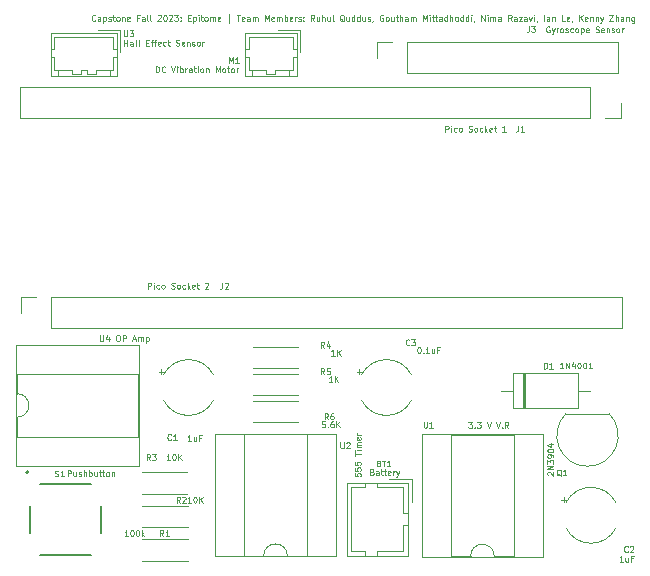
<source format=gbr>
%TF.GenerationSoftware,KiCad,Pcbnew,7.0.7*%
%TF.CreationDate,2023-10-20T12:33:54-04:00*%
%TF.ProjectId,Capstone-board-v1,43617073-746f-46e6-952d-626f6172642d,rev?*%
%TF.SameCoordinates,Original*%
%TF.FileFunction,Legend,Top*%
%TF.FilePolarity,Positive*%
%FSLAX46Y46*%
G04 Gerber Fmt 4.6, Leading zero omitted, Abs format (unit mm)*
G04 Created by KiCad (PCBNEW 7.0.7) date 2023-10-20 12:33:54*
%MOMM*%
%LPD*%
G01*
G04 APERTURE LIST*
%ADD10C,0.125000*%
%ADD11C,0.120000*%
%ADD12C,0.127000*%
%ADD13C,0.200000*%
G04 APERTURE END LIST*
D10*
X29703338Y-20467190D02*
X29679529Y-20491000D01*
X29679529Y-20491000D02*
X29608100Y-20514809D01*
X29608100Y-20514809D02*
X29560481Y-20514809D01*
X29560481Y-20514809D02*
X29489053Y-20491000D01*
X29489053Y-20491000D02*
X29441434Y-20443380D01*
X29441434Y-20443380D02*
X29417624Y-20395761D01*
X29417624Y-20395761D02*
X29393815Y-20300523D01*
X29393815Y-20300523D02*
X29393815Y-20229095D01*
X29393815Y-20229095D02*
X29417624Y-20133857D01*
X29417624Y-20133857D02*
X29441434Y-20086238D01*
X29441434Y-20086238D02*
X29489053Y-20038619D01*
X29489053Y-20038619D02*
X29560481Y-20014809D01*
X29560481Y-20014809D02*
X29608100Y-20014809D01*
X29608100Y-20014809D02*
X29679529Y-20038619D01*
X29679529Y-20038619D02*
X29703338Y-20062428D01*
X30131910Y-20514809D02*
X30131910Y-20252904D01*
X30131910Y-20252904D02*
X30108100Y-20205285D01*
X30108100Y-20205285D02*
X30060481Y-20181476D01*
X30060481Y-20181476D02*
X29965243Y-20181476D01*
X29965243Y-20181476D02*
X29917624Y-20205285D01*
X30131910Y-20491000D02*
X30084291Y-20514809D01*
X30084291Y-20514809D02*
X29965243Y-20514809D01*
X29965243Y-20514809D02*
X29917624Y-20491000D01*
X29917624Y-20491000D02*
X29893815Y-20443380D01*
X29893815Y-20443380D02*
X29893815Y-20395761D01*
X29893815Y-20395761D02*
X29917624Y-20348142D01*
X29917624Y-20348142D02*
X29965243Y-20324333D01*
X29965243Y-20324333D02*
X30084291Y-20324333D01*
X30084291Y-20324333D02*
X30131910Y-20300523D01*
X30370005Y-20181476D02*
X30370005Y-20681476D01*
X30370005Y-20205285D02*
X30417624Y-20181476D01*
X30417624Y-20181476D02*
X30512862Y-20181476D01*
X30512862Y-20181476D02*
X30560481Y-20205285D01*
X30560481Y-20205285D02*
X30584291Y-20229095D01*
X30584291Y-20229095D02*
X30608100Y-20276714D01*
X30608100Y-20276714D02*
X30608100Y-20419571D01*
X30608100Y-20419571D02*
X30584291Y-20467190D01*
X30584291Y-20467190D02*
X30560481Y-20491000D01*
X30560481Y-20491000D02*
X30512862Y-20514809D01*
X30512862Y-20514809D02*
X30417624Y-20514809D01*
X30417624Y-20514809D02*
X30370005Y-20491000D01*
X30798577Y-20491000D02*
X30846196Y-20514809D01*
X30846196Y-20514809D02*
X30941434Y-20514809D01*
X30941434Y-20514809D02*
X30989053Y-20491000D01*
X30989053Y-20491000D02*
X31012862Y-20443380D01*
X31012862Y-20443380D02*
X31012862Y-20419571D01*
X31012862Y-20419571D02*
X30989053Y-20371952D01*
X30989053Y-20371952D02*
X30941434Y-20348142D01*
X30941434Y-20348142D02*
X30870005Y-20348142D01*
X30870005Y-20348142D02*
X30822386Y-20324333D01*
X30822386Y-20324333D02*
X30798577Y-20276714D01*
X30798577Y-20276714D02*
X30798577Y-20252904D01*
X30798577Y-20252904D02*
X30822386Y-20205285D01*
X30822386Y-20205285D02*
X30870005Y-20181476D01*
X30870005Y-20181476D02*
X30941434Y-20181476D01*
X30941434Y-20181476D02*
X30989053Y-20205285D01*
X31155720Y-20181476D02*
X31346196Y-20181476D01*
X31227148Y-20014809D02*
X31227148Y-20443380D01*
X31227148Y-20443380D02*
X31250958Y-20491000D01*
X31250958Y-20491000D02*
X31298577Y-20514809D01*
X31298577Y-20514809D02*
X31346196Y-20514809D01*
X31584291Y-20514809D02*
X31536672Y-20491000D01*
X31536672Y-20491000D02*
X31512862Y-20467190D01*
X31512862Y-20467190D02*
X31489053Y-20419571D01*
X31489053Y-20419571D02*
X31489053Y-20276714D01*
X31489053Y-20276714D02*
X31512862Y-20229095D01*
X31512862Y-20229095D02*
X31536672Y-20205285D01*
X31536672Y-20205285D02*
X31584291Y-20181476D01*
X31584291Y-20181476D02*
X31655719Y-20181476D01*
X31655719Y-20181476D02*
X31703338Y-20205285D01*
X31703338Y-20205285D02*
X31727148Y-20229095D01*
X31727148Y-20229095D02*
X31750957Y-20276714D01*
X31750957Y-20276714D02*
X31750957Y-20419571D01*
X31750957Y-20419571D02*
X31727148Y-20467190D01*
X31727148Y-20467190D02*
X31703338Y-20491000D01*
X31703338Y-20491000D02*
X31655719Y-20514809D01*
X31655719Y-20514809D02*
X31584291Y-20514809D01*
X31965243Y-20181476D02*
X31965243Y-20514809D01*
X31965243Y-20229095D02*
X31989053Y-20205285D01*
X31989053Y-20205285D02*
X32036672Y-20181476D01*
X32036672Y-20181476D02*
X32108100Y-20181476D01*
X32108100Y-20181476D02*
X32155719Y-20205285D01*
X32155719Y-20205285D02*
X32179529Y-20252904D01*
X32179529Y-20252904D02*
X32179529Y-20514809D01*
X32608100Y-20491000D02*
X32560481Y-20514809D01*
X32560481Y-20514809D02*
X32465243Y-20514809D01*
X32465243Y-20514809D02*
X32417624Y-20491000D01*
X32417624Y-20491000D02*
X32393815Y-20443380D01*
X32393815Y-20443380D02*
X32393815Y-20252904D01*
X32393815Y-20252904D02*
X32417624Y-20205285D01*
X32417624Y-20205285D02*
X32465243Y-20181476D01*
X32465243Y-20181476D02*
X32560481Y-20181476D01*
X32560481Y-20181476D02*
X32608100Y-20205285D01*
X32608100Y-20205285D02*
X32631910Y-20252904D01*
X32631910Y-20252904D02*
X32631910Y-20300523D01*
X32631910Y-20300523D02*
X32393815Y-20348142D01*
X33393814Y-20252904D02*
X33227147Y-20252904D01*
X33227147Y-20514809D02*
X33227147Y-20014809D01*
X33227147Y-20014809D02*
X33465242Y-20014809D01*
X33870004Y-20514809D02*
X33870004Y-20252904D01*
X33870004Y-20252904D02*
X33846194Y-20205285D01*
X33846194Y-20205285D02*
X33798575Y-20181476D01*
X33798575Y-20181476D02*
X33703337Y-20181476D01*
X33703337Y-20181476D02*
X33655718Y-20205285D01*
X33870004Y-20491000D02*
X33822385Y-20514809D01*
X33822385Y-20514809D02*
X33703337Y-20514809D01*
X33703337Y-20514809D02*
X33655718Y-20491000D01*
X33655718Y-20491000D02*
X33631909Y-20443380D01*
X33631909Y-20443380D02*
X33631909Y-20395761D01*
X33631909Y-20395761D02*
X33655718Y-20348142D01*
X33655718Y-20348142D02*
X33703337Y-20324333D01*
X33703337Y-20324333D02*
X33822385Y-20324333D01*
X33822385Y-20324333D02*
X33870004Y-20300523D01*
X34179528Y-20514809D02*
X34131909Y-20491000D01*
X34131909Y-20491000D02*
X34108099Y-20443380D01*
X34108099Y-20443380D02*
X34108099Y-20014809D01*
X34441433Y-20514809D02*
X34393814Y-20491000D01*
X34393814Y-20491000D02*
X34370004Y-20443380D01*
X34370004Y-20443380D02*
X34370004Y-20014809D01*
X34989052Y-20062428D02*
X35012861Y-20038619D01*
X35012861Y-20038619D02*
X35060480Y-20014809D01*
X35060480Y-20014809D02*
X35179528Y-20014809D01*
X35179528Y-20014809D02*
X35227147Y-20038619D01*
X35227147Y-20038619D02*
X35250956Y-20062428D01*
X35250956Y-20062428D02*
X35274766Y-20110047D01*
X35274766Y-20110047D02*
X35274766Y-20157666D01*
X35274766Y-20157666D02*
X35250956Y-20229095D01*
X35250956Y-20229095D02*
X34965242Y-20514809D01*
X34965242Y-20514809D02*
X35274766Y-20514809D01*
X35584289Y-20014809D02*
X35631908Y-20014809D01*
X35631908Y-20014809D02*
X35679527Y-20038619D01*
X35679527Y-20038619D02*
X35703337Y-20062428D01*
X35703337Y-20062428D02*
X35727146Y-20110047D01*
X35727146Y-20110047D02*
X35750956Y-20205285D01*
X35750956Y-20205285D02*
X35750956Y-20324333D01*
X35750956Y-20324333D02*
X35727146Y-20419571D01*
X35727146Y-20419571D02*
X35703337Y-20467190D01*
X35703337Y-20467190D02*
X35679527Y-20491000D01*
X35679527Y-20491000D02*
X35631908Y-20514809D01*
X35631908Y-20514809D02*
X35584289Y-20514809D01*
X35584289Y-20514809D02*
X35536670Y-20491000D01*
X35536670Y-20491000D02*
X35512861Y-20467190D01*
X35512861Y-20467190D02*
X35489051Y-20419571D01*
X35489051Y-20419571D02*
X35465242Y-20324333D01*
X35465242Y-20324333D02*
X35465242Y-20205285D01*
X35465242Y-20205285D02*
X35489051Y-20110047D01*
X35489051Y-20110047D02*
X35512861Y-20062428D01*
X35512861Y-20062428D02*
X35536670Y-20038619D01*
X35536670Y-20038619D02*
X35584289Y-20014809D01*
X35941432Y-20062428D02*
X35965241Y-20038619D01*
X35965241Y-20038619D02*
X36012860Y-20014809D01*
X36012860Y-20014809D02*
X36131908Y-20014809D01*
X36131908Y-20014809D02*
X36179527Y-20038619D01*
X36179527Y-20038619D02*
X36203336Y-20062428D01*
X36203336Y-20062428D02*
X36227146Y-20110047D01*
X36227146Y-20110047D02*
X36227146Y-20157666D01*
X36227146Y-20157666D02*
X36203336Y-20229095D01*
X36203336Y-20229095D02*
X35917622Y-20514809D01*
X35917622Y-20514809D02*
X36227146Y-20514809D01*
X36393812Y-20014809D02*
X36703336Y-20014809D01*
X36703336Y-20014809D02*
X36536669Y-20205285D01*
X36536669Y-20205285D02*
X36608098Y-20205285D01*
X36608098Y-20205285D02*
X36655717Y-20229095D01*
X36655717Y-20229095D02*
X36679526Y-20252904D01*
X36679526Y-20252904D02*
X36703336Y-20300523D01*
X36703336Y-20300523D02*
X36703336Y-20419571D01*
X36703336Y-20419571D02*
X36679526Y-20467190D01*
X36679526Y-20467190D02*
X36655717Y-20491000D01*
X36655717Y-20491000D02*
X36608098Y-20514809D01*
X36608098Y-20514809D02*
X36465241Y-20514809D01*
X36465241Y-20514809D02*
X36417622Y-20491000D01*
X36417622Y-20491000D02*
X36393812Y-20467190D01*
X36917621Y-20467190D02*
X36941431Y-20491000D01*
X36941431Y-20491000D02*
X36917621Y-20514809D01*
X36917621Y-20514809D02*
X36893812Y-20491000D01*
X36893812Y-20491000D02*
X36917621Y-20467190D01*
X36917621Y-20467190D02*
X36917621Y-20514809D01*
X36917621Y-20205285D02*
X36941431Y-20229095D01*
X36941431Y-20229095D02*
X36917621Y-20252904D01*
X36917621Y-20252904D02*
X36893812Y-20229095D01*
X36893812Y-20229095D02*
X36917621Y-20205285D01*
X36917621Y-20205285D02*
X36917621Y-20252904D01*
X37536668Y-20252904D02*
X37703335Y-20252904D01*
X37774763Y-20514809D02*
X37536668Y-20514809D01*
X37536668Y-20514809D02*
X37536668Y-20014809D01*
X37536668Y-20014809D02*
X37774763Y-20014809D01*
X37989049Y-20181476D02*
X37989049Y-20681476D01*
X37989049Y-20205285D02*
X38036668Y-20181476D01*
X38036668Y-20181476D02*
X38131906Y-20181476D01*
X38131906Y-20181476D02*
X38179525Y-20205285D01*
X38179525Y-20205285D02*
X38203335Y-20229095D01*
X38203335Y-20229095D02*
X38227144Y-20276714D01*
X38227144Y-20276714D02*
X38227144Y-20419571D01*
X38227144Y-20419571D02*
X38203335Y-20467190D01*
X38203335Y-20467190D02*
X38179525Y-20491000D01*
X38179525Y-20491000D02*
X38131906Y-20514809D01*
X38131906Y-20514809D02*
X38036668Y-20514809D01*
X38036668Y-20514809D02*
X37989049Y-20491000D01*
X38441430Y-20514809D02*
X38441430Y-20181476D01*
X38441430Y-20014809D02*
X38417621Y-20038619D01*
X38417621Y-20038619D02*
X38441430Y-20062428D01*
X38441430Y-20062428D02*
X38465240Y-20038619D01*
X38465240Y-20038619D02*
X38441430Y-20014809D01*
X38441430Y-20014809D02*
X38441430Y-20062428D01*
X38608097Y-20181476D02*
X38798573Y-20181476D01*
X38679525Y-20014809D02*
X38679525Y-20443380D01*
X38679525Y-20443380D02*
X38703335Y-20491000D01*
X38703335Y-20491000D02*
X38750954Y-20514809D01*
X38750954Y-20514809D02*
X38798573Y-20514809D01*
X39036668Y-20514809D02*
X38989049Y-20491000D01*
X38989049Y-20491000D02*
X38965239Y-20467190D01*
X38965239Y-20467190D02*
X38941430Y-20419571D01*
X38941430Y-20419571D02*
X38941430Y-20276714D01*
X38941430Y-20276714D02*
X38965239Y-20229095D01*
X38965239Y-20229095D02*
X38989049Y-20205285D01*
X38989049Y-20205285D02*
X39036668Y-20181476D01*
X39036668Y-20181476D02*
X39108096Y-20181476D01*
X39108096Y-20181476D02*
X39155715Y-20205285D01*
X39155715Y-20205285D02*
X39179525Y-20229095D01*
X39179525Y-20229095D02*
X39203334Y-20276714D01*
X39203334Y-20276714D02*
X39203334Y-20419571D01*
X39203334Y-20419571D02*
X39179525Y-20467190D01*
X39179525Y-20467190D02*
X39155715Y-20491000D01*
X39155715Y-20491000D02*
X39108096Y-20514809D01*
X39108096Y-20514809D02*
X39036668Y-20514809D01*
X39417620Y-20514809D02*
X39417620Y-20181476D01*
X39417620Y-20229095D02*
X39441430Y-20205285D01*
X39441430Y-20205285D02*
X39489049Y-20181476D01*
X39489049Y-20181476D02*
X39560477Y-20181476D01*
X39560477Y-20181476D02*
X39608096Y-20205285D01*
X39608096Y-20205285D02*
X39631906Y-20252904D01*
X39631906Y-20252904D02*
X39631906Y-20514809D01*
X39631906Y-20252904D02*
X39655715Y-20205285D01*
X39655715Y-20205285D02*
X39703334Y-20181476D01*
X39703334Y-20181476D02*
X39774763Y-20181476D01*
X39774763Y-20181476D02*
X39822382Y-20205285D01*
X39822382Y-20205285D02*
X39846192Y-20252904D01*
X39846192Y-20252904D02*
X39846192Y-20514809D01*
X40274763Y-20491000D02*
X40227144Y-20514809D01*
X40227144Y-20514809D02*
X40131906Y-20514809D01*
X40131906Y-20514809D02*
X40084287Y-20491000D01*
X40084287Y-20491000D02*
X40060478Y-20443380D01*
X40060478Y-20443380D02*
X40060478Y-20252904D01*
X40060478Y-20252904D02*
X40084287Y-20205285D01*
X40084287Y-20205285D02*
X40131906Y-20181476D01*
X40131906Y-20181476D02*
X40227144Y-20181476D01*
X40227144Y-20181476D02*
X40274763Y-20205285D01*
X40274763Y-20205285D02*
X40298573Y-20252904D01*
X40298573Y-20252904D02*
X40298573Y-20300523D01*
X40298573Y-20300523D02*
X40060478Y-20348142D01*
X41012858Y-20681476D02*
X41012858Y-19967190D01*
X41679524Y-20014809D02*
X41965238Y-20014809D01*
X41822381Y-20514809D02*
X41822381Y-20014809D01*
X42322380Y-20491000D02*
X42274761Y-20514809D01*
X42274761Y-20514809D02*
X42179523Y-20514809D01*
X42179523Y-20514809D02*
X42131904Y-20491000D01*
X42131904Y-20491000D02*
X42108095Y-20443380D01*
X42108095Y-20443380D02*
X42108095Y-20252904D01*
X42108095Y-20252904D02*
X42131904Y-20205285D01*
X42131904Y-20205285D02*
X42179523Y-20181476D01*
X42179523Y-20181476D02*
X42274761Y-20181476D01*
X42274761Y-20181476D02*
X42322380Y-20205285D01*
X42322380Y-20205285D02*
X42346190Y-20252904D01*
X42346190Y-20252904D02*
X42346190Y-20300523D01*
X42346190Y-20300523D02*
X42108095Y-20348142D01*
X42774761Y-20514809D02*
X42774761Y-20252904D01*
X42774761Y-20252904D02*
X42750951Y-20205285D01*
X42750951Y-20205285D02*
X42703332Y-20181476D01*
X42703332Y-20181476D02*
X42608094Y-20181476D01*
X42608094Y-20181476D02*
X42560475Y-20205285D01*
X42774761Y-20491000D02*
X42727142Y-20514809D01*
X42727142Y-20514809D02*
X42608094Y-20514809D01*
X42608094Y-20514809D02*
X42560475Y-20491000D01*
X42560475Y-20491000D02*
X42536666Y-20443380D01*
X42536666Y-20443380D02*
X42536666Y-20395761D01*
X42536666Y-20395761D02*
X42560475Y-20348142D01*
X42560475Y-20348142D02*
X42608094Y-20324333D01*
X42608094Y-20324333D02*
X42727142Y-20324333D01*
X42727142Y-20324333D02*
X42774761Y-20300523D01*
X43012856Y-20514809D02*
X43012856Y-20181476D01*
X43012856Y-20229095D02*
X43036666Y-20205285D01*
X43036666Y-20205285D02*
X43084285Y-20181476D01*
X43084285Y-20181476D02*
X43155713Y-20181476D01*
X43155713Y-20181476D02*
X43203332Y-20205285D01*
X43203332Y-20205285D02*
X43227142Y-20252904D01*
X43227142Y-20252904D02*
X43227142Y-20514809D01*
X43227142Y-20252904D02*
X43250951Y-20205285D01*
X43250951Y-20205285D02*
X43298570Y-20181476D01*
X43298570Y-20181476D02*
X43369999Y-20181476D01*
X43369999Y-20181476D02*
X43417618Y-20205285D01*
X43417618Y-20205285D02*
X43441428Y-20252904D01*
X43441428Y-20252904D02*
X43441428Y-20514809D01*
X44060475Y-20514809D02*
X44060475Y-20014809D01*
X44060475Y-20014809D02*
X44227142Y-20371952D01*
X44227142Y-20371952D02*
X44393808Y-20014809D01*
X44393808Y-20014809D02*
X44393808Y-20514809D01*
X44822380Y-20491000D02*
X44774761Y-20514809D01*
X44774761Y-20514809D02*
X44679523Y-20514809D01*
X44679523Y-20514809D02*
X44631904Y-20491000D01*
X44631904Y-20491000D02*
X44608095Y-20443380D01*
X44608095Y-20443380D02*
X44608095Y-20252904D01*
X44608095Y-20252904D02*
X44631904Y-20205285D01*
X44631904Y-20205285D02*
X44679523Y-20181476D01*
X44679523Y-20181476D02*
X44774761Y-20181476D01*
X44774761Y-20181476D02*
X44822380Y-20205285D01*
X44822380Y-20205285D02*
X44846190Y-20252904D01*
X44846190Y-20252904D02*
X44846190Y-20300523D01*
X44846190Y-20300523D02*
X44608095Y-20348142D01*
X45060475Y-20514809D02*
X45060475Y-20181476D01*
X45060475Y-20229095D02*
X45084285Y-20205285D01*
X45084285Y-20205285D02*
X45131904Y-20181476D01*
X45131904Y-20181476D02*
X45203332Y-20181476D01*
X45203332Y-20181476D02*
X45250951Y-20205285D01*
X45250951Y-20205285D02*
X45274761Y-20252904D01*
X45274761Y-20252904D02*
X45274761Y-20514809D01*
X45274761Y-20252904D02*
X45298570Y-20205285D01*
X45298570Y-20205285D02*
X45346189Y-20181476D01*
X45346189Y-20181476D02*
X45417618Y-20181476D01*
X45417618Y-20181476D02*
X45465237Y-20205285D01*
X45465237Y-20205285D02*
X45489047Y-20252904D01*
X45489047Y-20252904D02*
X45489047Y-20514809D01*
X45727142Y-20514809D02*
X45727142Y-20014809D01*
X45727142Y-20205285D02*
X45774761Y-20181476D01*
X45774761Y-20181476D02*
X45869999Y-20181476D01*
X45869999Y-20181476D02*
X45917618Y-20205285D01*
X45917618Y-20205285D02*
X45941428Y-20229095D01*
X45941428Y-20229095D02*
X45965237Y-20276714D01*
X45965237Y-20276714D02*
X45965237Y-20419571D01*
X45965237Y-20419571D02*
X45941428Y-20467190D01*
X45941428Y-20467190D02*
X45917618Y-20491000D01*
X45917618Y-20491000D02*
X45869999Y-20514809D01*
X45869999Y-20514809D02*
X45774761Y-20514809D01*
X45774761Y-20514809D02*
X45727142Y-20491000D01*
X46369999Y-20491000D02*
X46322380Y-20514809D01*
X46322380Y-20514809D02*
X46227142Y-20514809D01*
X46227142Y-20514809D02*
X46179523Y-20491000D01*
X46179523Y-20491000D02*
X46155714Y-20443380D01*
X46155714Y-20443380D02*
X46155714Y-20252904D01*
X46155714Y-20252904D02*
X46179523Y-20205285D01*
X46179523Y-20205285D02*
X46227142Y-20181476D01*
X46227142Y-20181476D02*
X46322380Y-20181476D01*
X46322380Y-20181476D02*
X46369999Y-20205285D01*
X46369999Y-20205285D02*
X46393809Y-20252904D01*
X46393809Y-20252904D02*
X46393809Y-20300523D01*
X46393809Y-20300523D02*
X46155714Y-20348142D01*
X46608094Y-20514809D02*
X46608094Y-20181476D01*
X46608094Y-20276714D02*
X46631904Y-20229095D01*
X46631904Y-20229095D02*
X46655713Y-20205285D01*
X46655713Y-20205285D02*
X46703332Y-20181476D01*
X46703332Y-20181476D02*
X46750951Y-20181476D01*
X46893809Y-20491000D02*
X46941428Y-20514809D01*
X46941428Y-20514809D02*
X47036666Y-20514809D01*
X47036666Y-20514809D02*
X47084285Y-20491000D01*
X47084285Y-20491000D02*
X47108094Y-20443380D01*
X47108094Y-20443380D02*
X47108094Y-20419571D01*
X47108094Y-20419571D02*
X47084285Y-20371952D01*
X47084285Y-20371952D02*
X47036666Y-20348142D01*
X47036666Y-20348142D02*
X46965237Y-20348142D01*
X46965237Y-20348142D02*
X46917618Y-20324333D01*
X46917618Y-20324333D02*
X46893809Y-20276714D01*
X46893809Y-20276714D02*
X46893809Y-20252904D01*
X46893809Y-20252904D02*
X46917618Y-20205285D01*
X46917618Y-20205285D02*
X46965237Y-20181476D01*
X46965237Y-20181476D02*
X47036666Y-20181476D01*
X47036666Y-20181476D02*
X47084285Y-20205285D01*
X47322380Y-20467190D02*
X47346190Y-20491000D01*
X47346190Y-20491000D02*
X47322380Y-20514809D01*
X47322380Y-20514809D02*
X47298571Y-20491000D01*
X47298571Y-20491000D02*
X47322380Y-20467190D01*
X47322380Y-20467190D02*
X47322380Y-20514809D01*
X47322380Y-20205285D02*
X47346190Y-20229095D01*
X47346190Y-20229095D02*
X47322380Y-20252904D01*
X47322380Y-20252904D02*
X47298571Y-20229095D01*
X47298571Y-20229095D02*
X47322380Y-20205285D01*
X47322380Y-20205285D02*
X47322380Y-20252904D01*
X48227141Y-20514809D02*
X48060475Y-20276714D01*
X47941427Y-20514809D02*
X47941427Y-20014809D01*
X47941427Y-20014809D02*
X48131903Y-20014809D01*
X48131903Y-20014809D02*
X48179522Y-20038619D01*
X48179522Y-20038619D02*
X48203332Y-20062428D01*
X48203332Y-20062428D02*
X48227141Y-20110047D01*
X48227141Y-20110047D02*
X48227141Y-20181476D01*
X48227141Y-20181476D02*
X48203332Y-20229095D01*
X48203332Y-20229095D02*
X48179522Y-20252904D01*
X48179522Y-20252904D02*
X48131903Y-20276714D01*
X48131903Y-20276714D02*
X47941427Y-20276714D01*
X48655713Y-20181476D02*
X48655713Y-20514809D01*
X48441427Y-20181476D02*
X48441427Y-20443380D01*
X48441427Y-20443380D02*
X48465237Y-20491000D01*
X48465237Y-20491000D02*
X48512856Y-20514809D01*
X48512856Y-20514809D02*
X48584284Y-20514809D01*
X48584284Y-20514809D02*
X48631903Y-20491000D01*
X48631903Y-20491000D02*
X48655713Y-20467190D01*
X48893808Y-20514809D02*
X48893808Y-20014809D01*
X49108094Y-20514809D02*
X49108094Y-20252904D01*
X49108094Y-20252904D02*
X49084284Y-20205285D01*
X49084284Y-20205285D02*
X49036665Y-20181476D01*
X49036665Y-20181476D02*
X48965237Y-20181476D01*
X48965237Y-20181476D02*
X48917618Y-20205285D01*
X48917618Y-20205285D02*
X48893808Y-20229095D01*
X49560475Y-20181476D02*
X49560475Y-20514809D01*
X49346189Y-20181476D02*
X49346189Y-20443380D01*
X49346189Y-20443380D02*
X49369999Y-20491000D01*
X49369999Y-20491000D02*
X49417618Y-20514809D01*
X49417618Y-20514809D02*
X49489046Y-20514809D01*
X49489046Y-20514809D02*
X49536665Y-20491000D01*
X49536665Y-20491000D02*
X49560475Y-20467190D01*
X49869999Y-20514809D02*
X49822380Y-20491000D01*
X49822380Y-20491000D02*
X49798570Y-20443380D01*
X49798570Y-20443380D02*
X49798570Y-20014809D01*
X50774760Y-20562428D02*
X50727141Y-20538619D01*
X50727141Y-20538619D02*
X50679522Y-20491000D01*
X50679522Y-20491000D02*
X50608094Y-20419571D01*
X50608094Y-20419571D02*
X50560475Y-20395761D01*
X50560475Y-20395761D02*
X50512856Y-20395761D01*
X50536665Y-20514809D02*
X50489046Y-20491000D01*
X50489046Y-20491000D02*
X50441427Y-20443380D01*
X50441427Y-20443380D02*
X50417618Y-20348142D01*
X50417618Y-20348142D02*
X50417618Y-20181476D01*
X50417618Y-20181476D02*
X50441427Y-20086238D01*
X50441427Y-20086238D02*
X50489046Y-20038619D01*
X50489046Y-20038619D02*
X50536665Y-20014809D01*
X50536665Y-20014809D02*
X50631903Y-20014809D01*
X50631903Y-20014809D02*
X50679522Y-20038619D01*
X50679522Y-20038619D02*
X50727141Y-20086238D01*
X50727141Y-20086238D02*
X50750951Y-20181476D01*
X50750951Y-20181476D02*
X50750951Y-20348142D01*
X50750951Y-20348142D02*
X50727141Y-20443380D01*
X50727141Y-20443380D02*
X50679522Y-20491000D01*
X50679522Y-20491000D02*
X50631903Y-20514809D01*
X50631903Y-20514809D02*
X50536665Y-20514809D01*
X51179523Y-20181476D02*
X51179523Y-20514809D01*
X50965237Y-20181476D02*
X50965237Y-20443380D01*
X50965237Y-20443380D02*
X50989047Y-20491000D01*
X50989047Y-20491000D02*
X51036666Y-20514809D01*
X51036666Y-20514809D02*
X51108094Y-20514809D01*
X51108094Y-20514809D02*
X51155713Y-20491000D01*
X51155713Y-20491000D02*
X51179523Y-20467190D01*
X51631904Y-20514809D02*
X51631904Y-20014809D01*
X51631904Y-20491000D02*
X51584285Y-20514809D01*
X51584285Y-20514809D02*
X51489047Y-20514809D01*
X51489047Y-20514809D02*
X51441428Y-20491000D01*
X51441428Y-20491000D02*
X51417618Y-20467190D01*
X51417618Y-20467190D02*
X51393809Y-20419571D01*
X51393809Y-20419571D02*
X51393809Y-20276714D01*
X51393809Y-20276714D02*
X51417618Y-20229095D01*
X51417618Y-20229095D02*
X51441428Y-20205285D01*
X51441428Y-20205285D02*
X51489047Y-20181476D01*
X51489047Y-20181476D02*
X51584285Y-20181476D01*
X51584285Y-20181476D02*
X51631904Y-20205285D01*
X52084285Y-20514809D02*
X52084285Y-20014809D01*
X52084285Y-20491000D02*
X52036666Y-20514809D01*
X52036666Y-20514809D02*
X51941428Y-20514809D01*
X51941428Y-20514809D02*
X51893809Y-20491000D01*
X51893809Y-20491000D02*
X51869999Y-20467190D01*
X51869999Y-20467190D02*
X51846190Y-20419571D01*
X51846190Y-20419571D02*
X51846190Y-20276714D01*
X51846190Y-20276714D02*
X51869999Y-20229095D01*
X51869999Y-20229095D02*
X51893809Y-20205285D01*
X51893809Y-20205285D02*
X51941428Y-20181476D01*
X51941428Y-20181476D02*
X52036666Y-20181476D01*
X52036666Y-20181476D02*
X52084285Y-20205285D01*
X52536666Y-20181476D02*
X52536666Y-20514809D01*
X52322380Y-20181476D02*
X52322380Y-20443380D01*
X52322380Y-20443380D02*
X52346190Y-20491000D01*
X52346190Y-20491000D02*
X52393809Y-20514809D01*
X52393809Y-20514809D02*
X52465237Y-20514809D01*
X52465237Y-20514809D02*
X52512856Y-20491000D01*
X52512856Y-20491000D02*
X52536666Y-20467190D01*
X52750952Y-20491000D02*
X52798571Y-20514809D01*
X52798571Y-20514809D02*
X52893809Y-20514809D01*
X52893809Y-20514809D02*
X52941428Y-20491000D01*
X52941428Y-20491000D02*
X52965237Y-20443380D01*
X52965237Y-20443380D02*
X52965237Y-20419571D01*
X52965237Y-20419571D02*
X52941428Y-20371952D01*
X52941428Y-20371952D02*
X52893809Y-20348142D01*
X52893809Y-20348142D02*
X52822380Y-20348142D01*
X52822380Y-20348142D02*
X52774761Y-20324333D01*
X52774761Y-20324333D02*
X52750952Y-20276714D01*
X52750952Y-20276714D02*
X52750952Y-20252904D01*
X52750952Y-20252904D02*
X52774761Y-20205285D01*
X52774761Y-20205285D02*
X52822380Y-20181476D01*
X52822380Y-20181476D02*
X52893809Y-20181476D01*
X52893809Y-20181476D02*
X52941428Y-20205285D01*
X53203333Y-20491000D02*
X53203333Y-20514809D01*
X53203333Y-20514809D02*
X53179523Y-20562428D01*
X53179523Y-20562428D02*
X53155714Y-20586238D01*
X54060475Y-20038619D02*
X54012856Y-20014809D01*
X54012856Y-20014809D02*
X53941427Y-20014809D01*
X53941427Y-20014809D02*
X53869999Y-20038619D01*
X53869999Y-20038619D02*
X53822380Y-20086238D01*
X53822380Y-20086238D02*
X53798570Y-20133857D01*
X53798570Y-20133857D02*
X53774761Y-20229095D01*
X53774761Y-20229095D02*
X53774761Y-20300523D01*
X53774761Y-20300523D02*
X53798570Y-20395761D01*
X53798570Y-20395761D02*
X53822380Y-20443380D01*
X53822380Y-20443380D02*
X53869999Y-20491000D01*
X53869999Y-20491000D02*
X53941427Y-20514809D01*
X53941427Y-20514809D02*
X53989046Y-20514809D01*
X53989046Y-20514809D02*
X54060475Y-20491000D01*
X54060475Y-20491000D02*
X54084284Y-20467190D01*
X54084284Y-20467190D02*
X54084284Y-20300523D01*
X54084284Y-20300523D02*
X53989046Y-20300523D01*
X54369999Y-20514809D02*
X54322380Y-20491000D01*
X54322380Y-20491000D02*
X54298570Y-20467190D01*
X54298570Y-20467190D02*
X54274761Y-20419571D01*
X54274761Y-20419571D02*
X54274761Y-20276714D01*
X54274761Y-20276714D02*
X54298570Y-20229095D01*
X54298570Y-20229095D02*
X54322380Y-20205285D01*
X54322380Y-20205285D02*
X54369999Y-20181476D01*
X54369999Y-20181476D02*
X54441427Y-20181476D01*
X54441427Y-20181476D02*
X54489046Y-20205285D01*
X54489046Y-20205285D02*
X54512856Y-20229095D01*
X54512856Y-20229095D02*
X54536665Y-20276714D01*
X54536665Y-20276714D02*
X54536665Y-20419571D01*
X54536665Y-20419571D02*
X54512856Y-20467190D01*
X54512856Y-20467190D02*
X54489046Y-20491000D01*
X54489046Y-20491000D02*
X54441427Y-20514809D01*
X54441427Y-20514809D02*
X54369999Y-20514809D01*
X54965237Y-20181476D02*
X54965237Y-20514809D01*
X54750951Y-20181476D02*
X54750951Y-20443380D01*
X54750951Y-20443380D02*
X54774761Y-20491000D01*
X54774761Y-20491000D02*
X54822380Y-20514809D01*
X54822380Y-20514809D02*
X54893808Y-20514809D01*
X54893808Y-20514809D02*
X54941427Y-20491000D01*
X54941427Y-20491000D02*
X54965237Y-20467190D01*
X55131904Y-20181476D02*
X55322380Y-20181476D01*
X55203332Y-20014809D02*
X55203332Y-20443380D01*
X55203332Y-20443380D02*
X55227142Y-20491000D01*
X55227142Y-20491000D02*
X55274761Y-20514809D01*
X55274761Y-20514809D02*
X55322380Y-20514809D01*
X55489046Y-20514809D02*
X55489046Y-20014809D01*
X55703332Y-20514809D02*
X55703332Y-20252904D01*
X55703332Y-20252904D02*
X55679522Y-20205285D01*
X55679522Y-20205285D02*
X55631903Y-20181476D01*
X55631903Y-20181476D02*
X55560475Y-20181476D01*
X55560475Y-20181476D02*
X55512856Y-20205285D01*
X55512856Y-20205285D02*
X55489046Y-20229095D01*
X56155713Y-20514809D02*
X56155713Y-20252904D01*
X56155713Y-20252904D02*
X56131903Y-20205285D01*
X56131903Y-20205285D02*
X56084284Y-20181476D01*
X56084284Y-20181476D02*
X55989046Y-20181476D01*
X55989046Y-20181476D02*
X55941427Y-20205285D01*
X56155713Y-20491000D02*
X56108094Y-20514809D01*
X56108094Y-20514809D02*
X55989046Y-20514809D01*
X55989046Y-20514809D02*
X55941427Y-20491000D01*
X55941427Y-20491000D02*
X55917618Y-20443380D01*
X55917618Y-20443380D02*
X55917618Y-20395761D01*
X55917618Y-20395761D02*
X55941427Y-20348142D01*
X55941427Y-20348142D02*
X55989046Y-20324333D01*
X55989046Y-20324333D02*
X56108094Y-20324333D01*
X56108094Y-20324333D02*
X56155713Y-20300523D01*
X56393808Y-20514809D02*
X56393808Y-20181476D01*
X56393808Y-20229095D02*
X56417618Y-20205285D01*
X56417618Y-20205285D02*
X56465237Y-20181476D01*
X56465237Y-20181476D02*
X56536665Y-20181476D01*
X56536665Y-20181476D02*
X56584284Y-20205285D01*
X56584284Y-20205285D02*
X56608094Y-20252904D01*
X56608094Y-20252904D02*
X56608094Y-20514809D01*
X56608094Y-20252904D02*
X56631903Y-20205285D01*
X56631903Y-20205285D02*
X56679522Y-20181476D01*
X56679522Y-20181476D02*
X56750951Y-20181476D01*
X56750951Y-20181476D02*
X56798570Y-20205285D01*
X56798570Y-20205285D02*
X56822380Y-20252904D01*
X56822380Y-20252904D02*
X56822380Y-20514809D01*
X57441427Y-20514809D02*
X57441427Y-20014809D01*
X57441427Y-20014809D02*
X57608094Y-20371952D01*
X57608094Y-20371952D02*
X57774760Y-20014809D01*
X57774760Y-20014809D02*
X57774760Y-20514809D01*
X58012856Y-20514809D02*
X58012856Y-20181476D01*
X58012856Y-20014809D02*
X57989047Y-20038619D01*
X57989047Y-20038619D02*
X58012856Y-20062428D01*
X58012856Y-20062428D02*
X58036666Y-20038619D01*
X58036666Y-20038619D02*
X58012856Y-20014809D01*
X58012856Y-20014809D02*
X58012856Y-20062428D01*
X58179523Y-20181476D02*
X58369999Y-20181476D01*
X58250951Y-20014809D02*
X58250951Y-20443380D01*
X58250951Y-20443380D02*
X58274761Y-20491000D01*
X58274761Y-20491000D02*
X58322380Y-20514809D01*
X58322380Y-20514809D02*
X58369999Y-20514809D01*
X58465237Y-20181476D02*
X58655713Y-20181476D01*
X58536665Y-20014809D02*
X58536665Y-20443380D01*
X58536665Y-20443380D02*
X58560475Y-20491000D01*
X58560475Y-20491000D02*
X58608094Y-20514809D01*
X58608094Y-20514809D02*
X58655713Y-20514809D01*
X59036665Y-20514809D02*
X59036665Y-20252904D01*
X59036665Y-20252904D02*
X59012855Y-20205285D01*
X59012855Y-20205285D02*
X58965236Y-20181476D01*
X58965236Y-20181476D02*
X58869998Y-20181476D01*
X58869998Y-20181476D02*
X58822379Y-20205285D01*
X59036665Y-20491000D02*
X58989046Y-20514809D01*
X58989046Y-20514809D02*
X58869998Y-20514809D01*
X58869998Y-20514809D02*
X58822379Y-20491000D01*
X58822379Y-20491000D02*
X58798570Y-20443380D01*
X58798570Y-20443380D02*
X58798570Y-20395761D01*
X58798570Y-20395761D02*
X58822379Y-20348142D01*
X58822379Y-20348142D02*
X58869998Y-20324333D01*
X58869998Y-20324333D02*
X58989046Y-20324333D01*
X58989046Y-20324333D02*
X59036665Y-20300523D01*
X59489046Y-20514809D02*
X59489046Y-20014809D01*
X59489046Y-20491000D02*
X59441427Y-20514809D01*
X59441427Y-20514809D02*
X59346189Y-20514809D01*
X59346189Y-20514809D02*
X59298570Y-20491000D01*
X59298570Y-20491000D02*
X59274760Y-20467190D01*
X59274760Y-20467190D02*
X59250951Y-20419571D01*
X59250951Y-20419571D02*
X59250951Y-20276714D01*
X59250951Y-20276714D02*
X59274760Y-20229095D01*
X59274760Y-20229095D02*
X59298570Y-20205285D01*
X59298570Y-20205285D02*
X59346189Y-20181476D01*
X59346189Y-20181476D02*
X59441427Y-20181476D01*
X59441427Y-20181476D02*
X59489046Y-20205285D01*
X59727141Y-20514809D02*
X59727141Y-20014809D01*
X59941427Y-20514809D02*
X59941427Y-20252904D01*
X59941427Y-20252904D02*
X59917617Y-20205285D01*
X59917617Y-20205285D02*
X59869998Y-20181476D01*
X59869998Y-20181476D02*
X59798570Y-20181476D01*
X59798570Y-20181476D02*
X59750951Y-20205285D01*
X59750951Y-20205285D02*
X59727141Y-20229095D01*
X60250951Y-20514809D02*
X60203332Y-20491000D01*
X60203332Y-20491000D02*
X60179522Y-20467190D01*
X60179522Y-20467190D02*
X60155713Y-20419571D01*
X60155713Y-20419571D02*
X60155713Y-20276714D01*
X60155713Y-20276714D02*
X60179522Y-20229095D01*
X60179522Y-20229095D02*
X60203332Y-20205285D01*
X60203332Y-20205285D02*
X60250951Y-20181476D01*
X60250951Y-20181476D02*
X60322379Y-20181476D01*
X60322379Y-20181476D02*
X60369998Y-20205285D01*
X60369998Y-20205285D02*
X60393808Y-20229095D01*
X60393808Y-20229095D02*
X60417617Y-20276714D01*
X60417617Y-20276714D02*
X60417617Y-20419571D01*
X60417617Y-20419571D02*
X60393808Y-20467190D01*
X60393808Y-20467190D02*
X60369998Y-20491000D01*
X60369998Y-20491000D02*
X60322379Y-20514809D01*
X60322379Y-20514809D02*
X60250951Y-20514809D01*
X60846189Y-20514809D02*
X60846189Y-20014809D01*
X60846189Y-20491000D02*
X60798570Y-20514809D01*
X60798570Y-20514809D02*
X60703332Y-20514809D01*
X60703332Y-20514809D02*
X60655713Y-20491000D01*
X60655713Y-20491000D02*
X60631903Y-20467190D01*
X60631903Y-20467190D02*
X60608094Y-20419571D01*
X60608094Y-20419571D02*
X60608094Y-20276714D01*
X60608094Y-20276714D02*
X60631903Y-20229095D01*
X60631903Y-20229095D02*
X60655713Y-20205285D01*
X60655713Y-20205285D02*
X60703332Y-20181476D01*
X60703332Y-20181476D02*
X60798570Y-20181476D01*
X60798570Y-20181476D02*
X60846189Y-20205285D01*
X61298570Y-20514809D02*
X61298570Y-20014809D01*
X61298570Y-20491000D02*
X61250951Y-20514809D01*
X61250951Y-20514809D02*
X61155713Y-20514809D01*
X61155713Y-20514809D02*
X61108094Y-20491000D01*
X61108094Y-20491000D02*
X61084284Y-20467190D01*
X61084284Y-20467190D02*
X61060475Y-20419571D01*
X61060475Y-20419571D02*
X61060475Y-20276714D01*
X61060475Y-20276714D02*
X61084284Y-20229095D01*
X61084284Y-20229095D02*
X61108094Y-20205285D01*
X61108094Y-20205285D02*
X61155713Y-20181476D01*
X61155713Y-20181476D02*
X61250951Y-20181476D01*
X61250951Y-20181476D02*
X61298570Y-20205285D01*
X61536665Y-20514809D02*
X61536665Y-20181476D01*
X61536665Y-20014809D02*
X61512856Y-20038619D01*
X61512856Y-20038619D02*
X61536665Y-20062428D01*
X61536665Y-20062428D02*
X61560475Y-20038619D01*
X61560475Y-20038619D02*
X61536665Y-20014809D01*
X61536665Y-20014809D02*
X61536665Y-20062428D01*
X61798570Y-20491000D02*
X61798570Y-20514809D01*
X61798570Y-20514809D02*
X61774760Y-20562428D01*
X61774760Y-20562428D02*
X61750951Y-20586238D01*
X62393807Y-20514809D02*
X62393807Y-20014809D01*
X62393807Y-20014809D02*
X62679521Y-20514809D01*
X62679521Y-20514809D02*
X62679521Y-20014809D01*
X62917617Y-20514809D02*
X62917617Y-20181476D01*
X62917617Y-20014809D02*
X62893808Y-20038619D01*
X62893808Y-20038619D02*
X62917617Y-20062428D01*
X62917617Y-20062428D02*
X62941427Y-20038619D01*
X62941427Y-20038619D02*
X62917617Y-20014809D01*
X62917617Y-20014809D02*
X62917617Y-20062428D01*
X63155712Y-20514809D02*
X63155712Y-20181476D01*
X63155712Y-20229095D02*
X63179522Y-20205285D01*
X63179522Y-20205285D02*
X63227141Y-20181476D01*
X63227141Y-20181476D02*
X63298569Y-20181476D01*
X63298569Y-20181476D02*
X63346188Y-20205285D01*
X63346188Y-20205285D02*
X63369998Y-20252904D01*
X63369998Y-20252904D02*
X63369998Y-20514809D01*
X63369998Y-20252904D02*
X63393807Y-20205285D01*
X63393807Y-20205285D02*
X63441426Y-20181476D01*
X63441426Y-20181476D02*
X63512855Y-20181476D01*
X63512855Y-20181476D02*
X63560474Y-20205285D01*
X63560474Y-20205285D02*
X63584284Y-20252904D01*
X63584284Y-20252904D02*
X63584284Y-20514809D01*
X64036665Y-20514809D02*
X64036665Y-20252904D01*
X64036665Y-20252904D02*
X64012855Y-20205285D01*
X64012855Y-20205285D02*
X63965236Y-20181476D01*
X63965236Y-20181476D02*
X63869998Y-20181476D01*
X63869998Y-20181476D02*
X63822379Y-20205285D01*
X64036665Y-20491000D02*
X63989046Y-20514809D01*
X63989046Y-20514809D02*
X63869998Y-20514809D01*
X63869998Y-20514809D02*
X63822379Y-20491000D01*
X63822379Y-20491000D02*
X63798570Y-20443380D01*
X63798570Y-20443380D02*
X63798570Y-20395761D01*
X63798570Y-20395761D02*
X63822379Y-20348142D01*
X63822379Y-20348142D02*
X63869998Y-20324333D01*
X63869998Y-20324333D02*
X63989046Y-20324333D01*
X63989046Y-20324333D02*
X64036665Y-20300523D01*
X64941426Y-20514809D02*
X64774760Y-20276714D01*
X64655712Y-20514809D02*
X64655712Y-20014809D01*
X64655712Y-20014809D02*
X64846188Y-20014809D01*
X64846188Y-20014809D02*
X64893807Y-20038619D01*
X64893807Y-20038619D02*
X64917617Y-20062428D01*
X64917617Y-20062428D02*
X64941426Y-20110047D01*
X64941426Y-20110047D02*
X64941426Y-20181476D01*
X64941426Y-20181476D02*
X64917617Y-20229095D01*
X64917617Y-20229095D02*
X64893807Y-20252904D01*
X64893807Y-20252904D02*
X64846188Y-20276714D01*
X64846188Y-20276714D02*
X64655712Y-20276714D01*
X65369998Y-20514809D02*
X65369998Y-20252904D01*
X65369998Y-20252904D02*
X65346188Y-20205285D01*
X65346188Y-20205285D02*
X65298569Y-20181476D01*
X65298569Y-20181476D02*
X65203331Y-20181476D01*
X65203331Y-20181476D02*
X65155712Y-20205285D01*
X65369998Y-20491000D02*
X65322379Y-20514809D01*
X65322379Y-20514809D02*
X65203331Y-20514809D01*
X65203331Y-20514809D02*
X65155712Y-20491000D01*
X65155712Y-20491000D02*
X65131903Y-20443380D01*
X65131903Y-20443380D02*
X65131903Y-20395761D01*
X65131903Y-20395761D02*
X65155712Y-20348142D01*
X65155712Y-20348142D02*
X65203331Y-20324333D01*
X65203331Y-20324333D02*
X65322379Y-20324333D01*
X65322379Y-20324333D02*
X65369998Y-20300523D01*
X65560474Y-20181476D02*
X65822379Y-20181476D01*
X65822379Y-20181476D02*
X65560474Y-20514809D01*
X65560474Y-20514809D02*
X65822379Y-20514809D01*
X66227141Y-20514809D02*
X66227141Y-20252904D01*
X66227141Y-20252904D02*
X66203331Y-20205285D01*
X66203331Y-20205285D02*
X66155712Y-20181476D01*
X66155712Y-20181476D02*
X66060474Y-20181476D01*
X66060474Y-20181476D02*
X66012855Y-20205285D01*
X66227141Y-20491000D02*
X66179522Y-20514809D01*
X66179522Y-20514809D02*
X66060474Y-20514809D01*
X66060474Y-20514809D02*
X66012855Y-20491000D01*
X66012855Y-20491000D02*
X65989046Y-20443380D01*
X65989046Y-20443380D02*
X65989046Y-20395761D01*
X65989046Y-20395761D02*
X66012855Y-20348142D01*
X66012855Y-20348142D02*
X66060474Y-20324333D01*
X66060474Y-20324333D02*
X66179522Y-20324333D01*
X66179522Y-20324333D02*
X66227141Y-20300523D01*
X66417617Y-20181476D02*
X66536665Y-20514809D01*
X66536665Y-20514809D02*
X66655712Y-20181476D01*
X66846188Y-20514809D02*
X66846188Y-20181476D01*
X66846188Y-20014809D02*
X66822379Y-20038619D01*
X66822379Y-20038619D02*
X66846188Y-20062428D01*
X66846188Y-20062428D02*
X66869998Y-20038619D01*
X66869998Y-20038619D02*
X66846188Y-20014809D01*
X66846188Y-20014809D02*
X66846188Y-20062428D01*
X67108093Y-20491000D02*
X67108093Y-20514809D01*
X67108093Y-20514809D02*
X67084283Y-20562428D01*
X67084283Y-20562428D02*
X67060474Y-20586238D01*
X67703330Y-20514809D02*
X67703330Y-20014809D01*
X68155711Y-20514809D02*
X68155711Y-20252904D01*
X68155711Y-20252904D02*
X68131901Y-20205285D01*
X68131901Y-20205285D02*
X68084282Y-20181476D01*
X68084282Y-20181476D02*
X67989044Y-20181476D01*
X67989044Y-20181476D02*
X67941425Y-20205285D01*
X68155711Y-20491000D02*
X68108092Y-20514809D01*
X68108092Y-20514809D02*
X67989044Y-20514809D01*
X67989044Y-20514809D02*
X67941425Y-20491000D01*
X67941425Y-20491000D02*
X67917616Y-20443380D01*
X67917616Y-20443380D02*
X67917616Y-20395761D01*
X67917616Y-20395761D02*
X67941425Y-20348142D01*
X67941425Y-20348142D02*
X67989044Y-20324333D01*
X67989044Y-20324333D02*
X68108092Y-20324333D01*
X68108092Y-20324333D02*
X68155711Y-20300523D01*
X68393806Y-20181476D02*
X68393806Y-20514809D01*
X68393806Y-20229095D02*
X68417616Y-20205285D01*
X68417616Y-20205285D02*
X68465235Y-20181476D01*
X68465235Y-20181476D02*
X68536663Y-20181476D01*
X68536663Y-20181476D02*
X68584282Y-20205285D01*
X68584282Y-20205285D02*
X68608092Y-20252904D01*
X68608092Y-20252904D02*
X68608092Y-20514809D01*
X69465234Y-20514809D02*
X69227139Y-20514809D01*
X69227139Y-20514809D02*
X69227139Y-20014809D01*
X69822377Y-20491000D02*
X69774758Y-20514809D01*
X69774758Y-20514809D02*
X69679520Y-20514809D01*
X69679520Y-20514809D02*
X69631901Y-20491000D01*
X69631901Y-20491000D02*
X69608092Y-20443380D01*
X69608092Y-20443380D02*
X69608092Y-20252904D01*
X69608092Y-20252904D02*
X69631901Y-20205285D01*
X69631901Y-20205285D02*
X69679520Y-20181476D01*
X69679520Y-20181476D02*
X69774758Y-20181476D01*
X69774758Y-20181476D02*
X69822377Y-20205285D01*
X69822377Y-20205285D02*
X69846187Y-20252904D01*
X69846187Y-20252904D02*
X69846187Y-20300523D01*
X69846187Y-20300523D02*
X69608092Y-20348142D01*
X70084282Y-20491000D02*
X70084282Y-20514809D01*
X70084282Y-20514809D02*
X70060472Y-20562428D01*
X70060472Y-20562428D02*
X70036663Y-20586238D01*
X70679519Y-20514809D02*
X70679519Y-20014809D01*
X70965233Y-20514809D02*
X70750948Y-20229095D01*
X70965233Y-20014809D02*
X70679519Y-20300523D01*
X71369995Y-20491000D02*
X71322376Y-20514809D01*
X71322376Y-20514809D02*
X71227138Y-20514809D01*
X71227138Y-20514809D02*
X71179519Y-20491000D01*
X71179519Y-20491000D02*
X71155710Y-20443380D01*
X71155710Y-20443380D02*
X71155710Y-20252904D01*
X71155710Y-20252904D02*
X71179519Y-20205285D01*
X71179519Y-20205285D02*
X71227138Y-20181476D01*
X71227138Y-20181476D02*
X71322376Y-20181476D01*
X71322376Y-20181476D02*
X71369995Y-20205285D01*
X71369995Y-20205285D02*
X71393805Y-20252904D01*
X71393805Y-20252904D02*
X71393805Y-20300523D01*
X71393805Y-20300523D02*
X71155710Y-20348142D01*
X71608090Y-20181476D02*
X71608090Y-20514809D01*
X71608090Y-20229095D02*
X71631900Y-20205285D01*
X71631900Y-20205285D02*
X71679519Y-20181476D01*
X71679519Y-20181476D02*
X71750947Y-20181476D01*
X71750947Y-20181476D02*
X71798566Y-20205285D01*
X71798566Y-20205285D02*
X71822376Y-20252904D01*
X71822376Y-20252904D02*
X71822376Y-20514809D01*
X72060471Y-20181476D02*
X72060471Y-20514809D01*
X72060471Y-20229095D02*
X72084281Y-20205285D01*
X72084281Y-20205285D02*
X72131900Y-20181476D01*
X72131900Y-20181476D02*
X72203328Y-20181476D01*
X72203328Y-20181476D02*
X72250947Y-20205285D01*
X72250947Y-20205285D02*
X72274757Y-20252904D01*
X72274757Y-20252904D02*
X72274757Y-20514809D01*
X72465233Y-20181476D02*
X72584281Y-20514809D01*
X72703328Y-20181476D02*
X72584281Y-20514809D01*
X72584281Y-20514809D02*
X72536662Y-20633857D01*
X72536662Y-20633857D02*
X72512852Y-20657666D01*
X72512852Y-20657666D02*
X72465233Y-20681476D01*
X73227137Y-20014809D02*
X73560470Y-20014809D01*
X73560470Y-20014809D02*
X73227137Y-20514809D01*
X73227137Y-20514809D02*
X73560470Y-20514809D01*
X73750946Y-20514809D02*
X73750946Y-20014809D01*
X73965232Y-20514809D02*
X73965232Y-20252904D01*
X73965232Y-20252904D02*
X73941422Y-20205285D01*
X73941422Y-20205285D02*
X73893803Y-20181476D01*
X73893803Y-20181476D02*
X73822375Y-20181476D01*
X73822375Y-20181476D02*
X73774756Y-20205285D01*
X73774756Y-20205285D02*
X73750946Y-20229095D01*
X74417613Y-20514809D02*
X74417613Y-20252904D01*
X74417613Y-20252904D02*
X74393803Y-20205285D01*
X74393803Y-20205285D02*
X74346184Y-20181476D01*
X74346184Y-20181476D02*
X74250946Y-20181476D01*
X74250946Y-20181476D02*
X74203327Y-20205285D01*
X74417613Y-20491000D02*
X74369994Y-20514809D01*
X74369994Y-20514809D02*
X74250946Y-20514809D01*
X74250946Y-20514809D02*
X74203327Y-20491000D01*
X74203327Y-20491000D02*
X74179518Y-20443380D01*
X74179518Y-20443380D02*
X74179518Y-20395761D01*
X74179518Y-20395761D02*
X74203327Y-20348142D01*
X74203327Y-20348142D02*
X74250946Y-20324333D01*
X74250946Y-20324333D02*
X74369994Y-20324333D01*
X74369994Y-20324333D02*
X74417613Y-20300523D01*
X74655708Y-20181476D02*
X74655708Y-20514809D01*
X74655708Y-20229095D02*
X74679518Y-20205285D01*
X74679518Y-20205285D02*
X74727137Y-20181476D01*
X74727137Y-20181476D02*
X74798565Y-20181476D01*
X74798565Y-20181476D02*
X74846184Y-20205285D01*
X74846184Y-20205285D02*
X74869994Y-20252904D01*
X74869994Y-20252904D02*
X74869994Y-20514809D01*
X75322375Y-20181476D02*
X75322375Y-20586238D01*
X75322375Y-20586238D02*
X75298565Y-20633857D01*
X75298565Y-20633857D02*
X75274756Y-20657666D01*
X75274756Y-20657666D02*
X75227137Y-20681476D01*
X75227137Y-20681476D02*
X75155708Y-20681476D01*
X75155708Y-20681476D02*
X75108089Y-20657666D01*
X75322375Y-20491000D02*
X75274756Y-20514809D01*
X75274756Y-20514809D02*
X75179518Y-20514809D01*
X75179518Y-20514809D02*
X75131899Y-20491000D01*
X75131899Y-20491000D02*
X75108089Y-20467190D01*
X75108089Y-20467190D02*
X75084280Y-20419571D01*
X75084280Y-20419571D02*
X75084280Y-20276714D01*
X75084280Y-20276714D02*
X75108089Y-20229095D01*
X75108089Y-20229095D02*
X75131899Y-20205285D01*
X75131899Y-20205285D02*
X75179518Y-20181476D01*
X75179518Y-20181476D02*
X75274756Y-20181476D01*
X75274756Y-20181476D02*
X75322375Y-20205285D01*
X32132858Y-22624809D02*
X32132858Y-22124809D01*
X32132858Y-22362904D02*
X32418572Y-22362904D01*
X32418572Y-22624809D02*
X32418572Y-22124809D01*
X32870954Y-22624809D02*
X32870954Y-22362904D01*
X32870954Y-22362904D02*
X32847144Y-22315285D01*
X32847144Y-22315285D02*
X32799525Y-22291476D01*
X32799525Y-22291476D02*
X32704287Y-22291476D01*
X32704287Y-22291476D02*
X32656668Y-22315285D01*
X32870954Y-22601000D02*
X32823335Y-22624809D01*
X32823335Y-22624809D02*
X32704287Y-22624809D01*
X32704287Y-22624809D02*
X32656668Y-22601000D01*
X32656668Y-22601000D02*
X32632859Y-22553380D01*
X32632859Y-22553380D02*
X32632859Y-22505761D01*
X32632859Y-22505761D02*
X32656668Y-22458142D01*
X32656668Y-22458142D02*
X32704287Y-22434333D01*
X32704287Y-22434333D02*
X32823335Y-22434333D01*
X32823335Y-22434333D02*
X32870954Y-22410523D01*
X33180478Y-22624809D02*
X33132859Y-22601000D01*
X33132859Y-22601000D02*
X33109049Y-22553380D01*
X33109049Y-22553380D02*
X33109049Y-22124809D01*
X33442383Y-22624809D02*
X33394764Y-22601000D01*
X33394764Y-22601000D02*
X33370954Y-22553380D01*
X33370954Y-22553380D02*
X33370954Y-22124809D01*
X34013811Y-22362904D02*
X34180478Y-22362904D01*
X34251906Y-22624809D02*
X34013811Y-22624809D01*
X34013811Y-22624809D02*
X34013811Y-22124809D01*
X34013811Y-22124809D02*
X34251906Y-22124809D01*
X34394764Y-22291476D02*
X34585240Y-22291476D01*
X34466192Y-22624809D02*
X34466192Y-22196238D01*
X34466192Y-22196238D02*
X34490002Y-22148619D01*
X34490002Y-22148619D02*
X34537621Y-22124809D01*
X34537621Y-22124809D02*
X34585240Y-22124809D01*
X34680478Y-22291476D02*
X34870954Y-22291476D01*
X34751906Y-22624809D02*
X34751906Y-22196238D01*
X34751906Y-22196238D02*
X34775716Y-22148619D01*
X34775716Y-22148619D02*
X34823335Y-22124809D01*
X34823335Y-22124809D02*
X34870954Y-22124809D01*
X35228096Y-22601000D02*
X35180477Y-22624809D01*
X35180477Y-22624809D02*
X35085239Y-22624809D01*
X35085239Y-22624809D02*
X35037620Y-22601000D01*
X35037620Y-22601000D02*
X35013811Y-22553380D01*
X35013811Y-22553380D02*
X35013811Y-22362904D01*
X35013811Y-22362904D02*
X35037620Y-22315285D01*
X35037620Y-22315285D02*
X35085239Y-22291476D01*
X35085239Y-22291476D02*
X35180477Y-22291476D01*
X35180477Y-22291476D02*
X35228096Y-22315285D01*
X35228096Y-22315285D02*
X35251906Y-22362904D01*
X35251906Y-22362904D02*
X35251906Y-22410523D01*
X35251906Y-22410523D02*
X35013811Y-22458142D01*
X35680477Y-22601000D02*
X35632858Y-22624809D01*
X35632858Y-22624809D02*
X35537620Y-22624809D01*
X35537620Y-22624809D02*
X35490001Y-22601000D01*
X35490001Y-22601000D02*
X35466191Y-22577190D01*
X35466191Y-22577190D02*
X35442382Y-22529571D01*
X35442382Y-22529571D02*
X35442382Y-22386714D01*
X35442382Y-22386714D02*
X35466191Y-22339095D01*
X35466191Y-22339095D02*
X35490001Y-22315285D01*
X35490001Y-22315285D02*
X35537620Y-22291476D01*
X35537620Y-22291476D02*
X35632858Y-22291476D01*
X35632858Y-22291476D02*
X35680477Y-22315285D01*
X35823334Y-22291476D02*
X36013810Y-22291476D01*
X35894762Y-22124809D02*
X35894762Y-22553380D01*
X35894762Y-22553380D02*
X35918572Y-22601000D01*
X35918572Y-22601000D02*
X35966191Y-22624809D01*
X35966191Y-22624809D02*
X36013810Y-22624809D01*
X36537619Y-22601000D02*
X36609047Y-22624809D01*
X36609047Y-22624809D02*
X36728095Y-22624809D01*
X36728095Y-22624809D02*
X36775714Y-22601000D01*
X36775714Y-22601000D02*
X36799523Y-22577190D01*
X36799523Y-22577190D02*
X36823333Y-22529571D01*
X36823333Y-22529571D02*
X36823333Y-22481952D01*
X36823333Y-22481952D02*
X36799523Y-22434333D01*
X36799523Y-22434333D02*
X36775714Y-22410523D01*
X36775714Y-22410523D02*
X36728095Y-22386714D01*
X36728095Y-22386714D02*
X36632857Y-22362904D01*
X36632857Y-22362904D02*
X36585238Y-22339095D01*
X36585238Y-22339095D02*
X36561428Y-22315285D01*
X36561428Y-22315285D02*
X36537619Y-22267666D01*
X36537619Y-22267666D02*
X36537619Y-22220047D01*
X36537619Y-22220047D02*
X36561428Y-22172428D01*
X36561428Y-22172428D02*
X36585238Y-22148619D01*
X36585238Y-22148619D02*
X36632857Y-22124809D01*
X36632857Y-22124809D02*
X36751904Y-22124809D01*
X36751904Y-22124809D02*
X36823333Y-22148619D01*
X37228094Y-22601000D02*
X37180475Y-22624809D01*
X37180475Y-22624809D02*
X37085237Y-22624809D01*
X37085237Y-22624809D02*
X37037618Y-22601000D01*
X37037618Y-22601000D02*
X37013809Y-22553380D01*
X37013809Y-22553380D02*
X37013809Y-22362904D01*
X37013809Y-22362904D02*
X37037618Y-22315285D01*
X37037618Y-22315285D02*
X37085237Y-22291476D01*
X37085237Y-22291476D02*
X37180475Y-22291476D01*
X37180475Y-22291476D02*
X37228094Y-22315285D01*
X37228094Y-22315285D02*
X37251904Y-22362904D01*
X37251904Y-22362904D02*
X37251904Y-22410523D01*
X37251904Y-22410523D02*
X37013809Y-22458142D01*
X37466189Y-22291476D02*
X37466189Y-22624809D01*
X37466189Y-22339095D02*
X37489999Y-22315285D01*
X37489999Y-22315285D02*
X37537618Y-22291476D01*
X37537618Y-22291476D02*
X37609046Y-22291476D01*
X37609046Y-22291476D02*
X37656665Y-22315285D01*
X37656665Y-22315285D02*
X37680475Y-22362904D01*
X37680475Y-22362904D02*
X37680475Y-22624809D01*
X37894761Y-22601000D02*
X37942380Y-22624809D01*
X37942380Y-22624809D02*
X38037618Y-22624809D01*
X38037618Y-22624809D02*
X38085237Y-22601000D01*
X38085237Y-22601000D02*
X38109046Y-22553380D01*
X38109046Y-22553380D02*
X38109046Y-22529571D01*
X38109046Y-22529571D02*
X38085237Y-22481952D01*
X38085237Y-22481952D02*
X38037618Y-22458142D01*
X38037618Y-22458142D02*
X37966189Y-22458142D01*
X37966189Y-22458142D02*
X37918570Y-22434333D01*
X37918570Y-22434333D02*
X37894761Y-22386714D01*
X37894761Y-22386714D02*
X37894761Y-22362904D01*
X37894761Y-22362904D02*
X37918570Y-22315285D01*
X37918570Y-22315285D02*
X37966189Y-22291476D01*
X37966189Y-22291476D02*
X38037618Y-22291476D01*
X38037618Y-22291476D02*
X38085237Y-22315285D01*
X38394761Y-22624809D02*
X38347142Y-22601000D01*
X38347142Y-22601000D02*
X38323332Y-22577190D01*
X38323332Y-22577190D02*
X38299523Y-22529571D01*
X38299523Y-22529571D02*
X38299523Y-22386714D01*
X38299523Y-22386714D02*
X38323332Y-22339095D01*
X38323332Y-22339095D02*
X38347142Y-22315285D01*
X38347142Y-22315285D02*
X38394761Y-22291476D01*
X38394761Y-22291476D02*
X38466189Y-22291476D01*
X38466189Y-22291476D02*
X38513808Y-22315285D01*
X38513808Y-22315285D02*
X38537618Y-22339095D01*
X38537618Y-22339095D02*
X38561427Y-22386714D01*
X38561427Y-22386714D02*
X38561427Y-22529571D01*
X38561427Y-22529571D02*
X38537618Y-22577190D01*
X38537618Y-22577190D02*
X38513808Y-22601000D01*
X38513808Y-22601000D02*
X38466189Y-22624809D01*
X38466189Y-22624809D02*
X38394761Y-22624809D01*
X38775713Y-22624809D02*
X38775713Y-22291476D01*
X38775713Y-22386714D02*
X38799523Y-22339095D01*
X38799523Y-22339095D02*
X38823332Y-22315285D01*
X38823332Y-22315285D02*
X38870951Y-22291476D01*
X38870951Y-22291476D02*
X38918570Y-22291476D01*
X32131047Y-21314809D02*
X32131047Y-21719571D01*
X32131047Y-21719571D02*
X32154857Y-21767190D01*
X32154857Y-21767190D02*
X32178666Y-21791000D01*
X32178666Y-21791000D02*
X32226285Y-21814809D01*
X32226285Y-21814809D02*
X32321523Y-21814809D01*
X32321523Y-21814809D02*
X32369142Y-21791000D01*
X32369142Y-21791000D02*
X32392952Y-21767190D01*
X32392952Y-21767190D02*
X32416761Y-21719571D01*
X32416761Y-21719571D02*
X32416761Y-21314809D01*
X32607238Y-21314809D02*
X32916762Y-21314809D01*
X32916762Y-21314809D02*
X32750095Y-21505285D01*
X32750095Y-21505285D02*
X32821524Y-21505285D01*
X32821524Y-21505285D02*
X32869143Y-21529095D01*
X32869143Y-21529095D02*
X32892952Y-21552904D01*
X32892952Y-21552904D02*
X32916762Y-21600523D01*
X32916762Y-21600523D02*
X32916762Y-21719571D01*
X32916762Y-21719571D02*
X32892952Y-21767190D01*
X32892952Y-21767190D02*
X32869143Y-21791000D01*
X32869143Y-21791000D02*
X32821524Y-21814809D01*
X32821524Y-21814809D02*
X32678667Y-21814809D01*
X32678667Y-21814809D02*
X32631048Y-21791000D01*
X32631048Y-21791000D02*
X32607238Y-21767190D01*
X40997238Y-24100809D02*
X40997238Y-23600809D01*
X40997238Y-23600809D02*
X41163905Y-23957952D01*
X41163905Y-23957952D02*
X41330571Y-23600809D01*
X41330571Y-23600809D02*
X41330571Y-24100809D01*
X41830572Y-24100809D02*
X41544858Y-24100809D01*
X41687715Y-24100809D02*
X41687715Y-23600809D01*
X41687715Y-23600809D02*
X41640096Y-23672238D01*
X41640096Y-23672238D02*
X41592477Y-23719857D01*
X41592477Y-23719857D02*
X41544858Y-23743666D01*
X34837619Y-24864809D02*
X34837619Y-24364809D01*
X34837619Y-24364809D02*
X34956667Y-24364809D01*
X34956667Y-24364809D02*
X35028095Y-24388619D01*
X35028095Y-24388619D02*
X35075714Y-24436238D01*
X35075714Y-24436238D02*
X35099524Y-24483857D01*
X35099524Y-24483857D02*
X35123333Y-24579095D01*
X35123333Y-24579095D02*
X35123333Y-24650523D01*
X35123333Y-24650523D02*
X35099524Y-24745761D01*
X35099524Y-24745761D02*
X35075714Y-24793380D01*
X35075714Y-24793380D02*
X35028095Y-24841000D01*
X35028095Y-24841000D02*
X34956667Y-24864809D01*
X34956667Y-24864809D02*
X34837619Y-24864809D01*
X35623333Y-24817190D02*
X35599524Y-24841000D01*
X35599524Y-24841000D02*
X35528095Y-24864809D01*
X35528095Y-24864809D02*
X35480476Y-24864809D01*
X35480476Y-24864809D02*
X35409048Y-24841000D01*
X35409048Y-24841000D02*
X35361429Y-24793380D01*
X35361429Y-24793380D02*
X35337619Y-24745761D01*
X35337619Y-24745761D02*
X35313810Y-24650523D01*
X35313810Y-24650523D02*
X35313810Y-24579095D01*
X35313810Y-24579095D02*
X35337619Y-24483857D01*
X35337619Y-24483857D02*
X35361429Y-24436238D01*
X35361429Y-24436238D02*
X35409048Y-24388619D01*
X35409048Y-24388619D02*
X35480476Y-24364809D01*
X35480476Y-24364809D02*
X35528095Y-24364809D01*
X35528095Y-24364809D02*
X35599524Y-24388619D01*
X35599524Y-24388619D02*
X35623333Y-24412428D01*
X36147143Y-24364809D02*
X36313809Y-24864809D01*
X36313809Y-24864809D02*
X36480476Y-24364809D01*
X36647142Y-24864809D02*
X36647142Y-24531476D01*
X36647142Y-24364809D02*
X36623333Y-24388619D01*
X36623333Y-24388619D02*
X36647142Y-24412428D01*
X36647142Y-24412428D02*
X36670952Y-24388619D01*
X36670952Y-24388619D02*
X36647142Y-24364809D01*
X36647142Y-24364809D02*
X36647142Y-24412428D01*
X36885237Y-24864809D02*
X36885237Y-24364809D01*
X36885237Y-24555285D02*
X36932856Y-24531476D01*
X36932856Y-24531476D02*
X37028094Y-24531476D01*
X37028094Y-24531476D02*
X37075713Y-24555285D01*
X37075713Y-24555285D02*
X37099523Y-24579095D01*
X37099523Y-24579095D02*
X37123332Y-24626714D01*
X37123332Y-24626714D02*
X37123332Y-24769571D01*
X37123332Y-24769571D02*
X37099523Y-24817190D01*
X37099523Y-24817190D02*
X37075713Y-24841000D01*
X37075713Y-24841000D02*
X37028094Y-24864809D01*
X37028094Y-24864809D02*
X36932856Y-24864809D01*
X36932856Y-24864809D02*
X36885237Y-24841000D01*
X37337618Y-24864809D02*
X37337618Y-24531476D01*
X37337618Y-24626714D02*
X37361428Y-24579095D01*
X37361428Y-24579095D02*
X37385237Y-24555285D01*
X37385237Y-24555285D02*
X37432856Y-24531476D01*
X37432856Y-24531476D02*
X37480475Y-24531476D01*
X37861428Y-24864809D02*
X37861428Y-24602904D01*
X37861428Y-24602904D02*
X37837618Y-24555285D01*
X37837618Y-24555285D02*
X37789999Y-24531476D01*
X37789999Y-24531476D02*
X37694761Y-24531476D01*
X37694761Y-24531476D02*
X37647142Y-24555285D01*
X37861428Y-24841000D02*
X37813809Y-24864809D01*
X37813809Y-24864809D02*
X37694761Y-24864809D01*
X37694761Y-24864809D02*
X37647142Y-24841000D01*
X37647142Y-24841000D02*
X37623333Y-24793380D01*
X37623333Y-24793380D02*
X37623333Y-24745761D01*
X37623333Y-24745761D02*
X37647142Y-24698142D01*
X37647142Y-24698142D02*
X37694761Y-24674333D01*
X37694761Y-24674333D02*
X37813809Y-24674333D01*
X37813809Y-24674333D02*
X37861428Y-24650523D01*
X38028095Y-24531476D02*
X38218571Y-24531476D01*
X38099523Y-24364809D02*
X38099523Y-24793380D01*
X38099523Y-24793380D02*
X38123333Y-24841000D01*
X38123333Y-24841000D02*
X38170952Y-24864809D01*
X38170952Y-24864809D02*
X38218571Y-24864809D01*
X38385237Y-24864809D02*
X38385237Y-24531476D01*
X38385237Y-24364809D02*
X38361428Y-24388619D01*
X38361428Y-24388619D02*
X38385237Y-24412428D01*
X38385237Y-24412428D02*
X38409047Y-24388619D01*
X38409047Y-24388619D02*
X38385237Y-24364809D01*
X38385237Y-24364809D02*
X38385237Y-24412428D01*
X38694761Y-24864809D02*
X38647142Y-24841000D01*
X38647142Y-24841000D02*
X38623332Y-24817190D01*
X38623332Y-24817190D02*
X38599523Y-24769571D01*
X38599523Y-24769571D02*
X38599523Y-24626714D01*
X38599523Y-24626714D02*
X38623332Y-24579095D01*
X38623332Y-24579095D02*
X38647142Y-24555285D01*
X38647142Y-24555285D02*
X38694761Y-24531476D01*
X38694761Y-24531476D02*
X38766189Y-24531476D01*
X38766189Y-24531476D02*
X38813808Y-24555285D01*
X38813808Y-24555285D02*
X38837618Y-24579095D01*
X38837618Y-24579095D02*
X38861427Y-24626714D01*
X38861427Y-24626714D02*
X38861427Y-24769571D01*
X38861427Y-24769571D02*
X38837618Y-24817190D01*
X38837618Y-24817190D02*
X38813808Y-24841000D01*
X38813808Y-24841000D02*
X38766189Y-24864809D01*
X38766189Y-24864809D02*
X38694761Y-24864809D01*
X39075713Y-24531476D02*
X39075713Y-24864809D01*
X39075713Y-24579095D02*
X39099523Y-24555285D01*
X39099523Y-24555285D02*
X39147142Y-24531476D01*
X39147142Y-24531476D02*
X39218570Y-24531476D01*
X39218570Y-24531476D02*
X39266189Y-24555285D01*
X39266189Y-24555285D02*
X39289999Y-24602904D01*
X39289999Y-24602904D02*
X39289999Y-24864809D01*
X39909046Y-24864809D02*
X39909046Y-24364809D01*
X39909046Y-24364809D02*
X40075713Y-24721952D01*
X40075713Y-24721952D02*
X40242379Y-24364809D01*
X40242379Y-24364809D02*
X40242379Y-24864809D01*
X40551904Y-24864809D02*
X40504285Y-24841000D01*
X40504285Y-24841000D02*
X40480475Y-24817190D01*
X40480475Y-24817190D02*
X40456666Y-24769571D01*
X40456666Y-24769571D02*
X40456666Y-24626714D01*
X40456666Y-24626714D02*
X40480475Y-24579095D01*
X40480475Y-24579095D02*
X40504285Y-24555285D01*
X40504285Y-24555285D02*
X40551904Y-24531476D01*
X40551904Y-24531476D02*
X40623332Y-24531476D01*
X40623332Y-24531476D02*
X40670951Y-24555285D01*
X40670951Y-24555285D02*
X40694761Y-24579095D01*
X40694761Y-24579095D02*
X40718570Y-24626714D01*
X40718570Y-24626714D02*
X40718570Y-24769571D01*
X40718570Y-24769571D02*
X40694761Y-24817190D01*
X40694761Y-24817190D02*
X40670951Y-24841000D01*
X40670951Y-24841000D02*
X40623332Y-24864809D01*
X40623332Y-24864809D02*
X40551904Y-24864809D01*
X40861428Y-24531476D02*
X41051904Y-24531476D01*
X40932856Y-24364809D02*
X40932856Y-24793380D01*
X40932856Y-24793380D02*
X40956666Y-24841000D01*
X40956666Y-24841000D02*
X41004285Y-24864809D01*
X41004285Y-24864809D02*
X41051904Y-24864809D01*
X41289999Y-24864809D02*
X41242380Y-24841000D01*
X41242380Y-24841000D02*
X41218570Y-24817190D01*
X41218570Y-24817190D02*
X41194761Y-24769571D01*
X41194761Y-24769571D02*
X41194761Y-24626714D01*
X41194761Y-24626714D02*
X41218570Y-24579095D01*
X41218570Y-24579095D02*
X41242380Y-24555285D01*
X41242380Y-24555285D02*
X41289999Y-24531476D01*
X41289999Y-24531476D02*
X41361427Y-24531476D01*
X41361427Y-24531476D02*
X41409046Y-24555285D01*
X41409046Y-24555285D02*
X41432856Y-24579095D01*
X41432856Y-24579095D02*
X41456665Y-24626714D01*
X41456665Y-24626714D02*
X41456665Y-24769571D01*
X41456665Y-24769571D02*
X41432856Y-24817190D01*
X41432856Y-24817190D02*
X41409046Y-24841000D01*
X41409046Y-24841000D02*
X41361427Y-24864809D01*
X41361427Y-24864809D02*
X41289999Y-24864809D01*
X41670951Y-24864809D02*
X41670951Y-24531476D01*
X41670951Y-24626714D02*
X41694761Y-24579095D01*
X41694761Y-24579095D02*
X41718570Y-24555285D01*
X41718570Y-24555285D02*
X41766189Y-24531476D01*
X41766189Y-24531476D02*
X41813808Y-24531476D01*
X26299048Y-59071000D02*
X26370476Y-59094809D01*
X26370476Y-59094809D02*
X26489524Y-59094809D01*
X26489524Y-59094809D02*
X26537143Y-59071000D01*
X26537143Y-59071000D02*
X26560952Y-59047190D01*
X26560952Y-59047190D02*
X26584762Y-58999571D01*
X26584762Y-58999571D02*
X26584762Y-58951952D01*
X26584762Y-58951952D02*
X26560952Y-58904333D01*
X26560952Y-58904333D02*
X26537143Y-58880523D01*
X26537143Y-58880523D02*
X26489524Y-58856714D01*
X26489524Y-58856714D02*
X26394286Y-58832904D01*
X26394286Y-58832904D02*
X26346667Y-58809095D01*
X26346667Y-58809095D02*
X26322857Y-58785285D01*
X26322857Y-58785285D02*
X26299048Y-58737666D01*
X26299048Y-58737666D02*
X26299048Y-58690047D01*
X26299048Y-58690047D02*
X26322857Y-58642428D01*
X26322857Y-58642428D02*
X26346667Y-58618619D01*
X26346667Y-58618619D02*
X26394286Y-58594809D01*
X26394286Y-58594809D02*
X26513333Y-58594809D01*
X26513333Y-58594809D02*
X26584762Y-58618619D01*
X27060952Y-59094809D02*
X26775238Y-59094809D01*
X26918095Y-59094809D02*
X26918095Y-58594809D01*
X26918095Y-58594809D02*
X26870476Y-58666238D01*
X26870476Y-58666238D02*
X26822857Y-58713857D01*
X26822857Y-58713857D02*
X26775238Y-58737666D01*
X27353809Y-59064809D02*
X27353809Y-58564809D01*
X27353809Y-58564809D02*
X27544285Y-58564809D01*
X27544285Y-58564809D02*
X27591904Y-58588619D01*
X27591904Y-58588619D02*
X27615714Y-58612428D01*
X27615714Y-58612428D02*
X27639523Y-58660047D01*
X27639523Y-58660047D02*
X27639523Y-58731476D01*
X27639523Y-58731476D02*
X27615714Y-58779095D01*
X27615714Y-58779095D02*
X27591904Y-58802904D01*
X27591904Y-58802904D02*
X27544285Y-58826714D01*
X27544285Y-58826714D02*
X27353809Y-58826714D01*
X28068095Y-58731476D02*
X28068095Y-59064809D01*
X27853809Y-58731476D02*
X27853809Y-58993380D01*
X27853809Y-58993380D02*
X27877619Y-59041000D01*
X27877619Y-59041000D02*
X27925238Y-59064809D01*
X27925238Y-59064809D02*
X27996666Y-59064809D01*
X27996666Y-59064809D02*
X28044285Y-59041000D01*
X28044285Y-59041000D02*
X28068095Y-59017190D01*
X28282381Y-59041000D02*
X28330000Y-59064809D01*
X28330000Y-59064809D02*
X28425238Y-59064809D01*
X28425238Y-59064809D02*
X28472857Y-59041000D01*
X28472857Y-59041000D02*
X28496666Y-58993380D01*
X28496666Y-58993380D02*
X28496666Y-58969571D01*
X28496666Y-58969571D02*
X28472857Y-58921952D01*
X28472857Y-58921952D02*
X28425238Y-58898142D01*
X28425238Y-58898142D02*
X28353809Y-58898142D01*
X28353809Y-58898142D02*
X28306190Y-58874333D01*
X28306190Y-58874333D02*
X28282381Y-58826714D01*
X28282381Y-58826714D02*
X28282381Y-58802904D01*
X28282381Y-58802904D02*
X28306190Y-58755285D01*
X28306190Y-58755285D02*
X28353809Y-58731476D01*
X28353809Y-58731476D02*
X28425238Y-58731476D01*
X28425238Y-58731476D02*
X28472857Y-58755285D01*
X28710952Y-59064809D02*
X28710952Y-58564809D01*
X28925238Y-59064809D02*
X28925238Y-58802904D01*
X28925238Y-58802904D02*
X28901428Y-58755285D01*
X28901428Y-58755285D02*
X28853809Y-58731476D01*
X28853809Y-58731476D02*
X28782381Y-58731476D01*
X28782381Y-58731476D02*
X28734762Y-58755285D01*
X28734762Y-58755285D02*
X28710952Y-58779095D01*
X29163333Y-59064809D02*
X29163333Y-58564809D01*
X29163333Y-58755285D02*
X29210952Y-58731476D01*
X29210952Y-58731476D02*
X29306190Y-58731476D01*
X29306190Y-58731476D02*
X29353809Y-58755285D01*
X29353809Y-58755285D02*
X29377619Y-58779095D01*
X29377619Y-58779095D02*
X29401428Y-58826714D01*
X29401428Y-58826714D02*
X29401428Y-58969571D01*
X29401428Y-58969571D02*
X29377619Y-59017190D01*
X29377619Y-59017190D02*
X29353809Y-59041000D01*
X29353809Y-59041000D02*
X29306190Y-59064809D01*
X29306190Y-59064809D02*
X29210952Y-59064809D01*
X29210952Y-59064809D02*
X29163333Y-59041000D01*
X29830000Y-58731476D02*
X29830000Y-59064809D01*
X29615714Y-58731476D02*
X29615714Y-58993380D01*
X29615714Y-58993380D02*
X29639524Y-59041000D01*
X29639524Y-59041000D02*
X29687143Y-59064809D01*
X29687143Y-59064809D02*
X29758571Y-59064809D01*
X29758571Y-59064809D02*
X29806190Y-59041000D01*
X29806190Y-59041000D02*
X29830000Y-59017190D01*
X29996667Y-58731476D02*
X30187143Y-58731476D01*
X30068095Y-58564809D02*
X30068095Y-58993380D01*
X30068095Y-58993380D02*
X30091905Y-59041000D01*
X30091905Y-59041000D02*
X30139524Y-59064809D01*
X30139524Y-59064809D02*
X30187143Y-59064809D01*
X30282381Y-58731476D02*
X30472857Y-58731476D01*
X30353809Y-58564809D02*
X30353809Y-58993380D01*
X30353809Y-58993380D02*
X30377619Y-59041000D01*
X30377619Y-59041000D02*
X30425238Y-59064809D01*
X30425238Y-59064809D02*
X30472857Y-59064809D01*
X30710952Y-59064809D02*
X30663333Y-59041000D01*
X30663333Y-59041000D02*
X30639523Y-59017190D01*
X30639523Y-59017190D02*
X30615714Y-58969571D01*
X30615714Y-58969571D02*
X30615714Y-58826714D01*
X30615714Y-58826714D02*
X30639523Y-58779095D01*
X30639523Y-58779095D02*
X30663333Y-58755285D01*
X30663333Y-58755285D02*
X30710952Y-58731476D01*
X30710952Y-58731476D02*
X30782380Y-58731476D01*
X30782380Y-58731476D02*
X30829999Y-58755285D01*
X30829999Y-58755285D02*
X30853809Y-58779095D01*
X30853809Y-58779095D02*
X30877618Y-58826714D01*
X30877618Y-58826714D02*
X30877618Y-58969571D01*
X30877618Y-58969571D02*
X30853809Y-59017190D01*
X30853809Y-59017190D02*
X30829999Y-59041000D01*
X30829999Y-59041000D02*
X30782380Y-59064809D01*
X30782380Y-59064809D02*
X30710952Y-59064809D01*
X31091904Y-58731476D02*
X31091904Y-59064809D01*
X31091904Y-58779095D02*
X31115714Y-58755285D01*
X31115714Y-58755285D02*
X31163333Y-58731476D01*
X31163333Y-58731476D02*
X31234761Y-58731476D01*
X31234761Y-58731476D02*
X31282380Y-58755285D01*
X31282380Y-58755285D02*
X31306190Y-58802904D01*
X31306190Y-58802904D02*
X31306190Y-59064809D01*
X69142380Y-59052428D02*
X69094761Y-59028619D01*
X69094761Y-59028619D02*
X69047142Y-58981000D01*
X69047142Y-58981000D02*
X68975714Y-58909571D01*
X68975714Y-58909571D02*
X68928095Y-58885761D01*
X68928095Y-58885761D02*
X68880476Y-58885761D01*
X68904285Y-59004809D02*
X68856666Y-58981000D01*
X68856666Y-58981000D02*
X68809047Y-58933380D01*
X68809047Y-58933380D02*
X68785238Y-58838142D01*
X68785238Y-58838142D02*
X68785238Y-58671476D01*
X68785238Y-58671476D02*
X68809047Y-58576238D01*
X68809047Y-58576238D02*
X68856666Y-58528619D01*
X68856666Y-58528619D02*
X68904285Y-58504809D01*
X68904285Y-58504809D02*
X68999523Y-58504809D01*
X68999523Y-58504809D02*
X69047142Y-58528619D01*
X69047142Y-58528619D02*
X69094761Y-58576238D01*
X69094761Y-58576238D02*
X69118571Y-58671476D01*
X69118571Y-58671476D02*
X69118571Y-58838142D01*
X69118571Y-58838142D02*
X69094761Y-58933380D01*
X69094761Y-58933380D02*
X69047142Y-58981000D01*
X69047142Y-58981000D02*
X68999523Y-59004809D01*
X68999523Y-59004809D02*
X68904285Y-59004809D01*
X69594762Y-59004809D02*
X69309048Y-59004809D01*
X69451905Y-59004809D02*
X69451905Y-58504809D01*
X69451905Y-58504809D02*
X69404286Y-58576238D01*
X69404286Y-58576238D02*
X69356667Y-58623857D01*
X69356667Y-58623857D02*
X69309048Y-58647666D01*
X68022428Y-58987141D02*
X67998619Y-58963332D01*
X67998619Y-58963332D02*
X67974809Y-58915713D01*
X67974809Y-58915713D02*
X67974809Y-58796665D01*
X67974809Y-58796665D02*
X67998619Y-58749046D01*
X67998619Y-58749046D02*
X68022428Y-58725237D01*
X68022428Y-58725237D02*
X68070047Y-58701427D01*
X68070047Y-58701427D02*
X68117666Y-58701427D01*
X68117666Y-58701427D02*
X68189095Y-58725237D01*
X68189095Y-58725237D02*
X68474809Y-59010951D01*
X68474809Y-59010951D02*
X68474809Y-58701427D01*
X68474809Y-58487142D02*
X67974809Y-58487142D01*
X67974809Y-58487142D02*
X68474809Y-58201428D01*
X68474809Y-58201428D02*
X67974809Y-58201428D01*
X67974809Y-58010951D02*
X67974809Y-57701427D01*
X67974809Y-57701427D02*
X68165285Y-57868094D01*
X68165285Y-57868094D02*
X68165285Y-57796665D01*
X68165285Y-57796665D02*
X68189095Y-57749046D01*
X68189095Y-57749046D02*
X68212904Y-57725237D01*
X68212904Y-57725237D02*
X68260523Y-57701427D01*
X68260523Y-57701427D02*
X68379571Y-57701427D01*
X68379571Y-57701427D02*
X68427190Y-57725237D01*
X68427190Y-57725237D02*
X68451000Y-57749046D01*
X68451000Y-57749046D02*
X68474809Y-57796665D01*
X68474809Y-57796665D02*
X68474809Y-57939522D01*
X68474809Y-57939522D02*
X68451000Y-57987141D01*
X68451000Y-57987141D02*
X68427190Y-58010951D01*
X68474809Y-57463332D02*
X68474809Y-57368094D01*
X68474809Y-57368094D02*
X68451000Y-57320475D01*
X68451000Y-57320475D02*
X68427190Y-57296666D01*
X68427190Y-57296666D02*
X68355761Y-57249047D01*
X68355761Y-57249047D02*
X68260523Y-57225237D01*
X68260523Y-57225237D02*
X68070047Y-57225237D01*
X68070047Y-57225237D02*
X68022428Y-57249047D01*
X68022428Y-57249047D02*
X67998619Y-57272856D01*
X67998619Y-57272856D02*
X67974809Y-57320475D01*
X67974809Y-57320475D02*
X67974809Y-57415713D01*
X67974809Y-57415713D02*
X67998619Y-57463332D01*
X67998619Y-57463332D02*
X68022428Y-57487142D01*
X68022428Y-57487142D02*
X68070047Y-57510951D01*
X68070047Y-57510951D02*
X68189095Y-57510951D01*
X68189095Y-57510951D02*
X68236714Y-57487142D01*
X68236714Y-57487142D02*
X68260523Y-57463332D01*
X68260523Y-57463332D02*
X68284333Y-57415713D01*
X68284333Y-57415713D02*
X68284333Y-57320475D01*
X68284333Y-57320475D02*
X68260523Y-57272856D01*
X68260523Y-57272856D02*
X68236714Y-57249047D01*
X68236714Y-57249047D02*
X68189095Y-57225237D01*
X67974809Y-56915714D02*
X67974809Y-56868095D01*
X67974809Y-56868095D02*
X67998619Y-56820476D01*
X67998619Y-56820476D02*
X68022428Y-56796666D01*
X68022428Y-56796666D02*
X68070047Y-56772857D01*
X68070047Y-56772857D02*
X68165285Y-56749047D01*
X68165285Y-56749047D02*
X68284333Y-56749047D01*
X68284333Y-56749047D02*
X68379571Y-56772857D01*
X68379571Y-56772857D02*
X68427190Y-56796666D01*
X68427190Y-56796666D02*
X68451000Y-56820476D01*
X68451000Y-56820476D02*
X68474809Y-56868095D01*
X68474809Y-56868095D02*
X68474809Y-56915714D01*
X68474809Y-56915714D02*
X68451000Y-56963333D01*
X68451000Y-56963333D02*
X68427190Y-56987142D01*
X68427190Y-56987142D02*
X68379571Y-57010952D01*
X68379571Y-57010952D02*
X68284333Y-57034761D01*
X68284333Y-57034761D02*
X68165285Y-57034761D01*
X68165285Y-57034761D02*
X68070047Y-57010952D01*
X68070047Y-57010952D02*
X68022428Y-56987142D01*
X68022428Y-56987142D02*
X67998619Y-56963333D01*
X67998619Y-56963333D02*
X67974809Y-56915714D01*
X68141476Y-56320476D02*
X68474809Y-56320476D01*
X67951000Y-56439524D02*
X68308142Y-56558571D01*
X68308142Y-56558571D02*
X68308142Y-56249048D01*
X49962857Y-48854809D02*
X49677143Y-48854809D01*
X49820000Y-48854809D02*
X49820000Y-48354809D01*
X49820000Y-48354809D02*
X49772381Y-48426238D01*
X49772381Y-48426238D02*
X49724762Y-48473857D01*
X49724762Y-48473857D02*
X49677143Y-48497666D01*
X50177142Y-48854809D02*
X50177142Y-48354809D01*
X50462856Y-48854809D02*
X50248571Y-48569095D01*
X50462856Y-48354809D02*
X50177142Y-48640523D01*
X49096666Y-48174809D02*
X48930000Y-47936714D01*
X48810952Y-48174809D02*
X48810952Y-47674809D01*
X48810952Y-47674809D02*
X49001428Y-47674809D01*
X49001428Y-47674809D02*
X49049047Y-47698619D01*
X49049047Y-47698619D02*
X49072857Y-47722428D01*
X49072857Y-47722428D02*
X49096666Y-47770047D01*
X49096666Y-47770047D02*
X49096666Y-47841476D01*
X49096666Y-47841476D02*
X49072857Y-47889095D01*
X49072857Y-47889095D02*
X49049047Y-47912904D01*
X49049047Y-47912904D02*
X49001428Y-47936714D01*
X49001428Y-47936714D02*
X48810952Y-47936714D01*
X49525238Y-47841476D02*
X49525238Y-48174809D01*
X49406190Y-47651000D02*
X49287143Y-48008142D01*
X49287143Y-48008142D02*
X49596666Y-48008142D01*
X51674809Y-58829522D02*
X51674809Y-59067617D01*
X51674809Y-59067617D02*
X51912904Y-59091426D01*
X51912904Y-59091426D02*
X51889095Y-59067617D01*
X51889095Y-59067617D02*
X51865285Y-59019998D01*
X51865285Y-59019998D02*
X51865285Y-58900950D01*
X51865285Y-58900950D02*
X51889095Y-58853331D01*
X51889095Y-58853331D02*
X51912904Y-58829522D01*
X51912904Y-58829522D02*
X51960523Y-58805712D01*
X51960523Y-58805712D02*
X52079571Y-58805712D01*
X52079571Y-58805712D02*
X52127190Y-58829522D01*
X52127190Y-58829522D02*
X52151000Y-58853331D01*
X52151000Y-58853331D02*
X52174809Y-58900950D01*
X52174809Y-58900950D02*
X52174809Y-59019998D01*
X52174809Y-59019998D02*
X52151000Y-59067617D01*
X52151000Y-59067617D02*
X52127190Y-59091426D01*
X51674809Y-58353332D02*
X51674809Y-58591427D01*
X51674809Y-58591427D02*
X51912904Y-58615236D01*
X51912904Y-58615236D02*
X51889095Y-58591427D01*
X51889095Y-58591427D02*
X51865285Y-58543808D01*
X51865285Y-58543808D02*
X51865285Y-58424760D01*
X51865285Y-58424760D02*
X51889095Y-58377141D01*
X51889095Y-58377141D02*
X51912904Y-58353332D01*
X51912904Y-58353332D02*
X51960523Y-58329522D01*
X51960523Y-58329522D02*
X52079571Y-58329522D01*
X52079571Y-58329522D02*
X52127190Y-58353332D01*
X52127190Y-58353332D02*
X52151000Y-58377141D01*
X52151000Y-58377141D02*
X52174809Y-58424760D01*
X52174809Y-58424760D02*
X52174809Y-58543808D01*
X52174809Y-58543808D02*
X52151000Y-58591427D01*
X52151000Y-58591427D02*
X52127190Y-58615236D01*
X51674809Y-57877142D02*
X51674809Y-58115237D01*
X51674809Y-58115237D02*
X51912904Y-58139046D01*
X51912904Y-58139046D02*
X51889095Y-58115237D01*
X51889095Y-58115237D02*
X51865285Y-58067618D01*
X51865285Y-58067618D02*
X51865285Y-57948570D01*
X51865285Y-57948570D02*
X51889095Y-57900951D01*
X51889095Y-57900951D02*
X51912904Y-57877142D01*
X51912904Y-57877142D02*
X51960523Y-57853332D01*
X51960523Y-57853332D02*
X52079571Y-57853332D01*
X52079571Y-57853332D02*
X52127190Y-57877142D01*
X52127190Y-57877142D02*
X52151000Y-57900951D01*
X52151000Y-57900951D02*
X52174809Y-57948570D01*
X52174809Y-57948570D02*
X52174809Y-58067618D01*
X52174809Y-58067618D02*
X52151000Y-58115237D01*
X52151000Y-58115237D02*
X52127190Y-58139046D01*
X51674809Y-57329523D02*
X51674809Y-57043809D01*
X52174809Y-57186666D02*
X51674809Y-57186666D01*
X52174809Y-56877143D02*
X51841476Y-56877143D01*
X51674809Y-56877143D02*
X51698619Y-56900952D01*
X51698619Y-56900952D02*
X51722428Y-56877143D01*
X51722428Y-56877143D02*
X51698619Y-56853333D01*
X51698619Y-56853333D02*
X51674809Y-56877143D01*
X51674809Y-56877143D02*
X51722428Y-56877143D01*
X52174809Y-56639048D02*
X51841476Y-56639048D01*
X51889095Y-56639048D02*
X51865285Y-56615238D01*
X51865285Y-56615238D02*
X51841476Y-56567619D01*
X51841476Y-56567619D02*
X51841476Y-56496191D01*
X51841476Y-56496191D02*
X51865285Y-56448572D01*
X51865285Y-56448572D02*
X51912904Y-56424762D01*
X51912904Y-56424762D02*
X52174809Y-56424762D01*
X51912904Y-56424762D02*
X51865285Y-56400953D01*
X51865285Y-56400953D02*
X51841476Y-56353334D01*
X51841476Y-56353334D02*
X51841476Y-56281905D01*
X51841476Y-56281905D02*
X51865285Y-56234286D01*
X51865285Y-56234286D02*
X51912904Y-56210476D01*
X51912904Y-56210476D02*
X52174809Y-56210476D01*
X52151000Y-55781905D02*
X52174809Y-55829524D01*
X52174809Y-55829524D02*
X52174809Y-55924762D01*
X52174809Y-55924762D02*
X52151000Y-55972381D01*
X52151000Y-55972381D02*
X52103380Y-55996190D01*
X52103380Y-55996190D02*
X51912904Y-55996190D01*
X51912904Y-55996190D02*
X51865285Y-55972381D01*
X51865285Y-55972381D02*
X51841476Y-55924762D01*
X51841476Y-55924762D02*
X51841476Y-55829524D01*
X51841476Y-55829524D02*
X51865285Y-55781905D01*
X51865285Y-55781905D02*
X51912904Y-55758095D01*
X51912904Y-55758095D02*
X51960523Y-55758095D01*
X51960523Y-55758095D02*
X52008142Y-55996190D01*
X52174809Y-55543810D02*
X51841476Y-55543810D01*
X51936714Y-55543810D02*
X51889095Y-55520000D01*
X51889095Y-55520000D02*
X51865285Y-55496191D01*
X51865285Y-55496191D02*
X51841476Y-55448572D01*
X51841476Y-55448572D02*
X51841476Y-55400953D01*
X50459047Y-56204809D02*
X50459047Y-56609571D01*
X50459047Y-56609571D02*
X50482857Y-56657190D01*
X50482857Y-56657190D02*
X50506666Y-56681000D01*
X50506666Y-56681000D02*
X50554285Y-56704809D01*
X50554285Y-56704809D02*
X50649523Y-56704809D01*
X50649523Y-56704809D02*
X50697142Y-56681000D01*
X50697142Y-56681000D02*
X50720952Y-56657190D01*
X50720952Y-56657190D02*
X50744761Y-56609571D01*
X50744761Y-56609571D02*
X50744761Y-56204809D01*
X50959048Y-56252428D02*
X50982857Y-56228619D01*
X50982857Y-56228619D02*
X51030476Y-56204809D01*
X51030476Y-56204809D02*
X51149524Y-56204809D01*
X51149524Y-56204809D02*
X51197143Y-56228619D01*
X51197143Y-56228619D02*
X51220952Y-56252428D01*
X51220952Y-56252428D02*
X51244762Y-56300047D01*
X51244762Y-56300047D02*
X51244762Y-56347666D01*
X51244762Y-56347666D02*
X51220952Y-56419095D01*
X51220952Y-56419095D02*
X50935238Y-56704809D01*
X50935238Y-56704809D02*
X51244762Y-56704809D01*
X61297620Y-54484809D02*
X61607144Y-54484809D01*
X61607144Y-54484809D02*
X61440477Y-54675285D01*
X61440477Y-54675285D02*
X61511906Y-54675285D01*
X61511906Y-54675285D02*
X61559525Y-54699095D01*
X61559525Y-54699095D02*
X61583334Y-54722904D01*
X61583334Y-54722904D02*
X61607144Y-54770523D01*
X61607144Y-54770523D02*
X61607144Y-54889571D01*
X61607144Y-54889571D02*
X61583334Y-54937190D01*
X61583334Y-54937190D02*
X61559525Y-54961000D01*
X61559525Y-54961000D02*
X61511906Y-54984809D01*
X61511906Y-54984809D02*
X61369049Y-54984809D01*
X61369049Y-54984809D02*
X61321430Y-54961000D01*
X61321430Y-54961000D02*
X61297620Y-54937190D01*
X61821429Y-54937190D02*
X61845239Y-54961000D01*
X61845239Y-54961000D02*
X61821429Y-54984809D01*
X61821429Y-54984809D02*
X61797620Y-54961000D01*
X61797620Y-54961000D02*
X61821429Y-54937190D01*
X61821429Y-54937190D02*
X61821429Y-54984809D01*
X62011905Y-54484809D02*
X62321429Y-54484809D01*
X62321429Y-54484809D02*
X62154762Y-54675285D01*
X62154762Y-54675285D02*
X62226191Y-54675285D01*
X62226191Y-54675285D02*
X62273810Y-54699095D01*
X62273810Y-54699095D02*
X62297619Y-54722904D01*
X62297619Y-54722904D02*
X62321429Y-54770523D01*
X62321429Y-54770523D02*
X62321429Y-54889571D01*
X62321429Y-54889571D02*
X62297619Y-54937190D01*
X62297619Y-54937190D02*
X62273810Y-54961000D01*
X62273810Y-54961000D02*
X62226191Y-54984809D01*
X62226191Y-54984809D02*
X62083334Y-54984809D01*
X62083334Y-54984809D02*
X62035715Y-54961000D01*
X62035715Y-54961000D02*
X62011905Y-54937190D01*
X62845238Y-54484809D02*
X63011904Y-54984809D01*
X63011904Y-54984809D02*
X63178571Y-54484809D01*
X63654761Y-54484809D02*
X63821427Y-54984809D01*
X63821427Y-54984809D02*
X63988094Y-54484809D01*
X64154760Y-54937190D02*
X64178570Y-54961000D01*
X64178570Y-54961000D02*
X64154760Y-54984809D01*
X64154760Y-54984809D02*
X64130951Y-54961000D01*
X64130951Y-54961000D02*
X64154760Y-54937190D01*
X64154760Y-54937190D02*
X64154760Y-54984809D01*
X64678569Y-54984809D02*
X64511903Y-54746714D01*
X64392855Y-54984809D02*
X64392855Y-54484809D01*
X64392855Y-54484809D02*
X64583331Y-54484809D01*
X64583331Y-54484809D02*
X64630950Y-54508619D01*
X64630950Y-54508619D02*
X64654760Y-54532428D01*
X64654760Y-54532428D02*
X64678569Y-54580047D01*
X64678569Y-54580047D02*
X64678569Y-54651476D01*
X64678569Y-54651476D02*
X64654760Y-54699095D01*
X64654760Y-54699095D02*
X64630950Y-54722904D01*
X64630950Y-54722904D02*
X64583331Y-54746714D01*
X64583331Y-54746714D02*
X64392855Y-54746714D01*
X57489047Y-54454809D02*
X57489047Y-54859571D01*
X57489047Y-54859571D02*
X57512857Y-54907190D01*
X57512857Y-54907190D02*
X57536666Y-54931000D01*
X57536666Y-54931000D02*
X57584285Y-54954809D01*
X57584285Y-54954809D02*
X57679523Y-54954809D01*
X57679523Y-54954809D02*
X57727142Y-54931000D01*
X57727142Y-54931000D02*
X57750952Y-54907190D01*
X57750952Y-54907190D02*
X57774761Y-54859571D01*
X57774761Y-54859571D02*
X57774761Y-54454809D01*
X58274762Y-54954809D02*
X57989048Y-54954809D01*
X58131905Y-54954809D02*
X58131905Y-54454809D01*
X58131905Y-54454809D02*
X58084286Y-54526238D01*
X58084286Y-54526238D02*
X58036667Y-54573857D01*
X58036667Y-54573857D02*
X57989048Y-54597666D01*
X37802381Y-56074809D02*
X37516667Y-56074809D01*
X37659524Y-56074809D02*
X37659524Y-55574809D01*
X37659524Y-55574809D02*
X37611905Y-55646238D01*
X37611905Y-55646238D02*
X37564286Y-55693857D01*
X37564286Y-55693857D02*
X37516667Y-55717666D01*
X38230952Y-55741476D02*
X38230952Y-56074809D01*
X38016666Y-55741476D02*
X38016666Y-56003380D01*
X38016666Y-56003380D02*
X38040476Y-56051000D01*
X38040476Y-56051000D02*
X38088095Y-56074809D01*
X38088095Y-56074809D02*
X38159523Y-56074809D01*
X38159523Y-56074809D02*
X38207142Y-56051000D01*
X38207142Y-56051000D02*
X38230952Y-56027190D01*
X38635714Y-55812904D02*
X38469047Y-55812904D01*
X38469047Y-56074809D02*
X38469047Y-55574809D01*
X38469047Y-55574809D02*
X38707142Y-55574809D01*
X36106666Y-55957190D02*
X36082857Y-55981000D01*
X36082857Y-55981000D02*
X36011428Y-56004809D01*
X36011428Y-56004809D02*
X35963809Y-56004809D01*
X35963809Y-56004809D02*
X35892381Y-55981000D01*
X35892381Y-55981000D02*
X35844762Y-55933380D01*
X35844762Y-55933380D02*
X35820952Y-55885761D01*
X35820952Y-55885761D02*
X35797143Y-55790523D01*
X35797143Y-55790523D02*
X35797143Y-55719095D01*
X35797143Y-55719095D02*
X35820952Y-55623857D01*
X35820952Y-55623857D02*
X35844762Y-55576238D01*
X35844762Y-55576238D02*
X35892381Y-55528619D01*
X35892381Y-55528619D02*
X35963809Y-55504809D01*
X35963809Y-55504809D02*
X36011428Y-55504809D01*
X36011428Y-55504809D02*
X36082857Y-55528619D01*
X36082857Y-55528619D02*
X36106666Y-55552428D01*
X36582857Y-56004809D02*
X36297143Y-56004809D01*
X36440000Y-56004809D02*
X36440000Y-55504809D01*
X36440000Y-55504809D02*
X36392381Y-55576238D01*
X36392381Y-55576238D02*
X36344762Y-55623857D01*
X36344762Y-55623857D02*
X36297143Y-55647666D01*
X49161905Y-54424809D02*
X48923810Y-54424809D01*
X48923810Y-54424809D02*
X48900001Y-54662904D01*
X48900001Y-54662904D02*
X48923810Y-54639095D01*
X48923810Y-54639095D02*
X48971429Y-54615285D01*
X48971429Y-54615285D02*
X49090477Y-54615285D01*
X49090477Y-54615285D02*
X49138096Y-54639095D01*
X49138096Y-54639095D02*
X49161905Y-54662904D01*
X49161905Y-54662904D02*
X49185715Y-54710523D01*
X49185715Y-54710523D02*
X49185715Y-54829571D01*
X49185715Y-54829571D02*
X49161905Y-54877190D01*
X49161905Y-54877190D02*
X49138096Y-54901000D01*
X49138096Y-54901000D02*
X49090477Y-54924809D01*
X49090477Y-54924809D02*
X48971429Y-54924809D01*
X48971429Y-54924809D02*
X48923810Y-54901000D01*
X48923810Y-54901000D02*
X48900001Y-54877190D01*
X49400000Y-54877190D02*
X49423810Y-54901000D01*
X49423810Y-54901000D02*
X49400000Y-54924809D01*
X49400000Y-54924809D02*
X49376191Y-54901000D01*
X49376191Y-54901000D02*
X49400000Y-54877190D01*
X49400000Y-54877190D02*
X49400000Y-54924809D01*
X49852381Y-54424809D02*
X49757143Y-54424809D01*
X49757143Y-54424809D02*
X49709524Y-54448619D01*
X49709524Y-54448619D02*
X49685714Y-54472428D01*
X49685714Y-54472428D02*
X49638095Y-54543857D01*
X49638095Y-54543857D02*
X49614286Y-54639095D01*
X49614286Y-54639095D02*
X49614286Y-54829571D01*
X49614286Y-54829571D02*
X49638095Y-54877190D01*
X49638095Y-54877190D02*
X49661905Y-54901000D01*
X49661905Y-54901000D02*
X49709524Y-54924809D01*
X49709524Y-54924809D02*
X49804762Y-54924809D01*
X49804762Y-54924809D02*
X49852381Y-54901000D01*
X49852381Y-54901000D02*
X49876190Y-54877190D01*
X49876190Y-54877190D02*
X49900000Y-54829571D01*
X49900000Y-54829571D02*
X49900000Y-54710523D01*
X49900000Y-54710523D02*
X49876190Y-54662904D01*
X49876190Y-54662904D02*
X49852381Y-54639095D01*
X49852381Y-54639095D02*
X49804762Y-54615285D01*
X49804762Y-54615285D02*
X49709524Y-54615285D01*
X49709524Y-54615285D02*
X49661905Y-54639095D01*
X49661905Y-54639095D02*
X49638095Y-54662904D01*
X49638095Y-54662904D02*
X49614286Y-54710523D01*
X50114285Y-54924809D02*
X50114285Y-54424809D01*
X50399999Y-54924809D02*
X50185714Y-54639095D01*
X50399999Y-54424809D02*
X50114285Y-54710523D01*
X49406666Y-54254809D02*
X49240000Y-54016714D01*
X49120952Y-54254809D02*
X49120952Y-53754809D01*
X49120952Y-53754809D02*
X49311428Y-53754809D01*
X49311428Y-53754809D02*
X49359047Y-53778619D01*
X49359047Y-53778619D02*
X49382857Y-53802428D01*
X49382857Y-53802428D02*
X49406666Y-53850047D01*
X49406666Y-53850047D02*
X49406666Y-53921476D01*
X49406666Y-53921476D02*
X49382857Y-53969095D01*
X49382857Y-53969095D02*
X49359047Y-53992904D01*
X49359047Y-53992904D02*
X49311428Y-54016714D01*
X49311428Y-54016714D02*
X49120952Y-54016714D01*
X49835238Y-53754809D02*
X49740000Y-53754809D01*
X49740000Y-53754809D02*
X49692381Y-53778619D01*
X49692381Y-53778619D02*
X49668571Y-53802428D01*
X49668571Y-53802428D02*
X49620952Y-53873857D01*
X49620952Y-53873857D02*
X49597143Y-53969095D01*
X49597143Y-53969095D02*
X49597143Y-54159571D01*
X49597143Y-54159571D02*
X49620952Y-54207190D01*
X49620952Y-54207190D02*
X49644762Y-54231000D01*
X49644762Y-54231000D02*
X49692381Y-54254809D01*
X49692381Y-54254809D02*
X49787619Y-54254809D01*
X49787619Y-54254809D02*
X49835238Y-54231000D01*
X49835238Y-54231000D02*
X49859047Y-54207190D01*
X49859047Y-54207190D02*
X49882857Y-54159571D01*
X49882857Y-54159571D02*
X49882857Y-54040523D01*
X49882857Y-54040523D02*
X49859047Y-53992904D01*
X49859047Y-53992904D02*
X49835238Y-53969095D01*
X49835238Y-53969095D02*
X49787619Y-53945285D01*
X49787619Y-53945285D02*
X49692381Y-53945285D01*
X49692381Y-53945285D02*
X49644762Y-53969095D01*
X49644762Y-53969095D02*
X49620952Y-53992904D01*
X49620952Y-53992904D02*
X49597143Y-54040523D01*
X37804762Y-61304809D02*
X37519048Y-61304809D01*
X37661905Y-61304809D02*
X37661905Y-60804809D01*
X37661905Y-60804809D02*
X37614286Y-60876238D01*
X37614286Y-60876238D02*
X37566667Y-60923857D01*
X37566667Y-60923857D02*
X37519048Y-60947666D01*
X38114285Y-60804809D02*
X38161904Y-60804809D01*
X38161904Y-60804809D02*
X38209523Y-60828619D01*
X38209523Y-60828619D02*
X38233333Y-60852428D01*
X38233333Y-60852428D02*
X38257142Y-60900047D01*
X38257142Y-60900047D02*
X38280952Y-60995285D01*
X38280952Y-60995285D02*
X38280952Y-61114333D01*
X38280952Y-61114333D02*
X38257142Y-61209571D01*
X38257142Y-61209571D02*
X38233333Y-61257190D01*
X38233333Y-61257190D02*
X38209523Y-61281000D01*
X38209523Y-61281000D02*
X38161904Y-61304809D01*
X38161904Y-61304809D02*
X38114285Y-61304809D01*
X38114285Y-61304809D02*
X38066666Y-61281000D01*
X38066666Y-61281000D02*
X38042857Y-61257190D01*
X38042857Y-61257190D02*
X38019047Y-61209571D01*
X38019047Y-61209571D02*
X37995238Y-61114333D01*
X37995238Y-61114333D02*
X37995238Y-60995285D01*
X37995238Y-60995285D02*
X38019047Y-60900047D01*
X38019047Y-60900047D02*
X38042857Y-60852428D01*
X38042857Y-60852428D02*
X38066666Y-60828619D01*
X38066666Y-60828619D02*
X38114285Y-60804809D01*
X38495237Y-61304809D02*
X38495237Y-60804809D01*
X38780951Y-61304809D02*
X38566666Y-61019095D01*
X38780951Y-60804809D02*
X38495237Y-61090523D01*
X36876666Y-61314809D02*
X36710000Y-61076714D01*
X36590952Y-61314809D02*
X36590952Y-60814809D01*
X36590952Y-60814809D02*
X36781428Y-60814809D01*
X36781428Y-60814809D02*
X36829047Y-60838619D01*
X36829047Y-60838619D02*
X36852857Y-60862428D01*
X36852857Y-60862428D02*
X36876666Y-60910047D01*
X36876666Y-60910047D02*
X36876666Y-60981476D01*
X36876666Y-60981476D02*
X36852857Y-61029095D01*
X36852857Y-61029095D02*
X36829047Y-61052904D01*
X36829047Y-61052904D02*
X36781428Y-61076714D01*
X36781428Y-61076714D02*
X36590952Y-61076714D01*
X37067143Y-60862428D02*
X37090952Y-60838619D01*
X37090952Y-60838619D02*
X37138571Y-60814809D01*
X37138571Y-60814809D02*
X37257619Y-60814809D01*
X37257619Y-60814809D02*
X37305238Y-60838619D01*
X37305238Y-60838619D02*
X37329047Y-60862428D01*
X37329047Y-60862428D02*
X37352857Y-60910047D01*
X37352857Y-60910047D02*
X37352857Y-60957666D01*
X37352857Y-60957666D02*
X37329047Y-61029095D01*
X37329047Y-61029095D02*
X37043333Y-61314809D01*
X37043333Y-61314809D02*
X37352857Y-61314809D01*
X36024762Y-57704809D02*
X35739048Y-57704809D01*
X35881905Y-57704809D02*
X35881905Y-57204809D01*
X35881905Y-57204809D02*
X35834286Y-57276238D01*
X35834286Y-57276238D02*
X35786667Y-57323857D01*
X35786667Y-57323857D02*
X35739048Y-57347666D01*
X36334285Y-57204809D02*
X36381904Y-57204809D01*
X36381904Y-57204809D02*
X36429523Y-57228619D01*
X36429523Y-57228619D02*
X36453333Y-57252428D01*
X36453333Y-57252428D02*
X36477142Y-57300047D01*
X36477142Y-57300047D02*
X36500952Y-57395285D01*
X36500952Y-57395285D02*
X36500952Y-57514333D01*
X36500952Y-57514333D02*
X36477142Y-57609571D01*
X36477142Y-57609571D02*
X36453333Y-57657190D01*
X36453333Y-57657190D02*
X36429523Y-57681000D01*
X36429523Y-57681000D02*
X36381904Y-57704809D01*
X36381904Y-57704809D02*
X36334285Y-57704809D01*
X36334285Y-57704809D02*
X36286666Y-57681000D01*
X36286666Y-57681000D02*
X36262857Y-57657190D01*
X36262857Y-57657190D02*
X36239047Y-57609571D01*
X36239047Y-57609571D02*
X36215238Y-57514333D01*
X36215238Y-57514333D02*
X36215238Y-57395285D01*
X36215238Y-57395285D02*
X36239047Y-57300047D01*
X36239047Y-57300047D02*
X36262857Y-57252428D01*
X36262857Y-57252428D02*
X36286666Y-57228619D01*
X36286666Y-57228619D02*
X36334285Y-57204809D01*
X36715237Y-57704809D02*
X36715237Y-57204809D01*
X37000951Y-57704809D02*
X36786666Y-57419095D01*
X37000951Y-57204809D02*
X36715237Y-57490523D01*
X34336666Y-57704809D02*
X34170000Y-57466714D01*
X34050952Y-57704809D02*
X34050952Y-57204809D01*
X34050952Y-57204809D02*
X34241428Y-57204809D01*
X34241428Y-57204809D02*
X34289047Y-57228619D01*
X34289047Y-57228619D02*
X34312857Y-57252428D01*
X34312857Y-57252428D02*
X34336666Y-57300047D01*
X34336666Y-57300047D02*
X34336666Y-57371476D01*
X34336666Y-57371476D02*
X34312857Y-57419095D01*
X34312857Y-57419095D02*
X34289047Y-57442904D01*
X34289047Y-57442904D02*
X34241428Y-57466714D01*
X34241428Y-57466714D02*
X34050952Y-57466714D01*
X34503333Y-57204809D02*
X34812857Y-57204809D01*
X34812857Y-57204809D02*
X34646190Y-57395285D01*
X34646190Y-57395285D02*
X34717619Y-57395285D01*
X34717619Y-57395285D02*
X34765238Y-57419095D01*
X34765238Y-57419095D02*
X34789047Y-57442904D01*
X34789047Y-57442904D02*
X34812857Y-57490523D01*
X34812857Y-57490523D02*
X34812857Y-57609571D01*
X34812857Y-57609571D02*
X34789047Y-57657190D01*
X34789047Y-57657190D02*
X34765238Y-57681000D01*
X34765238Y-57681000D02*
X34717619Y-57704809D01*
X34717619Y-57704809D02*
X34574762Y-57704809D01*
X34574762Y-57704809D02*
X34527143Y-57681000D01*
X34527143Y-57681000D02*
X34503333Y-57657190D01*
X53717143Y-57982904D02*
X53788571Y-58006714D01*
X53788571Y-58006714D02*
X53812381Y-58030523D01*
X53812381Y-58030523D02*
X53836190Y-58078142D01*
X53836190Y-58078142D02*
X53836190Y-58149571D01*
X53836190Y-58149571D02*
X53812381Y-58197190D01*
X53812381Y-58197190D02*
X53788571Y-58221000D01*
X53788571Y-58221000D02*
X53740952Y-58244809D01*
X53740952Y-58244809D02*
X53550476Y-58244809D01*
X53550476Y-58244809D02*
X53550476Y-57744809D01*
X53550476Y-57744809D02*
X53717143Y-57744809D01*
X53717143Y-57744809D02*
X53764762Y-57768619D01*
X53764762Y-57768619D02*
X53788571Y-57792428D01*
X53788571Y-57792428D02*
X53812381Y-57840047D01*
X53812381Y-57840047D02*
X53812381Y-57887666D01*
X53812381Y-57887666D02*
X53788571Y-57935285D01*
X53788571Y-57935285D02*
X53764762Y-57959095D01*
X53764762Y-57959095D02*
X53717143Y-57982904D01*
X53717143Y-57982904D02*
X53550476Y-57982904D01*
X53979048Y-57744809D02*
X54264762Y-57744809D01*
X54121905Y-58244809D02*
X54121905Y-57744809D01*
X54693333Y-58244809D02*
X54407619Y-58244809D01*
X54550476Y-58244809D02*
X54550476Y-57744809D01*
X54550476Y-57744809D02*
X54502857Y-57816238D01*
X54502857Y-57816238D02*
X54455238Y-57863857D01*
X54455238Y-57863857D02*
X54407619Y-57887666D01*
X53144286Y-58702904D02*
X53215714Y-58726714D01*
X53215714Y-58726714D02*
X53239524Y-58750523D01*
X53239524Y-58750523D02*
X53263333Y-58798142D01*
X53263333Y-58798142D02*
X53263333Y-58869571D01*
X53263333Y-58869571D02*
X53239524Y-58917190D01*
X53239524Y-58917190D02*
X53215714Y-58941000D01*
X53215714Y-58941000D02*
X53168095Y-58964809D01*
X53168095Y-58964809D02*
X52977619Y-58964809D01*
X52977619Y-58964809D02*
X52977619Y-58464809D01*
X52977619Y-58464809D02*
X53144286Y-58464809D01*
X53144286Y-58464809D02*
X53191905Y-58488619D01*
X53191905Y-58488619D02*
X53215714Y-58512428D01*
X53215714Y-58512428D02*
X53239524Y-58560047D01*
X53239524Y-58560047D02*
X53239524Y-58607666D01*
X53239524Y-58607666D02*
X53215714Y-58655285D01*
X53215714Y-58655285D02*
X53191905Y-58679095D01*
X53191905Y-58679095D02*
X53144286Y-58702904D01*
X53144286Y-58702904D02*
X52977619Y-58702904D01*
X53691905Y-58964809D02*
X53691905Y-58702904D01*
X53691905Y-58702904D02*
X53668095Y-58655285D01*
X53668095Y-58655285D02*
X53620476Y-58631476D01*
X53620476Y-58631476D02*
X53525238Y-58631476D01*
X53525238Y-58631476D02*
X53477619Y-58655285D01*
X53691905Y-58941000D02*
X53644286Y-58964809D01*
X53644286Y-58964809D02*
X53525238Y-58964809D01*
X53525238Y-58964809D02*
X53477619Y-58941000D01*
X53477619Y-58941000D02*
X53453810Y-58893380D01*
X53453810Y-58893380D02*
X53453810Y-58845761D01*
X53453810Y-58845761D02*
X53477619Y-58798142D01*
X53477619Y-58798142D02*
X53525238Y-58774333D01*
X53525238Y-58774333D02*
X53644286Y-58774333D01*
X53644286Y-58774333D02*
X53691905Y-58750523D01*
X53858572Y-58631476D02*
X54049048Y-58631476D01*
X53930000Y-58464809D02*
X53930000Y-58893380D01*
X53930000Y-58893380D02*
X53953810Y-58941000D01*
X53953810Y-58941000D02*
X54001429Y-58964809D01*
X54001429Y-58964809D02*
X54049048Y-58964809D01*
X54144286Y-58631476D02*
X54334762Y-58631476D01*
X54215714Y-58464809D02*
X54215714Y-58893380D01*
X54215714Y-58893380D02*
X54239524Y-58941000D01*
X54239524Y-58941000D02*
X54287143Y-58964809D01*
X54287143Y-58964809D02*
X54334762Y-58964809D01*
X54691904Y-58941000D02*
X54644285Y-58964809D01*
X54644285Y-58964809D02*
X54549047Y-58964809D01*
X54549047Y-58964809D02*
X54501428Y-58941000D01*
X54501428Y-58941000D02*
X54477619Y-58893380D01*
X54477619Y-58893380D02*
X54477619Y-58702904D01*
X54477619Y-58702904D02*
X54501428Y-58655285D01*
X54501428Y-58655285D02*
X54549047Y-58631476D01*
X54549047Y-58631476D02*
X54644285Y-58631476D01*
X54644285Y-58631476D02*
X54691904Y-58655285D01*
X54691904Y-58655285D02*
X54715714Y-58702904D01*
X54715714Y-58702904D02*
X54715714Y-58750523D01*
X54715714Y-58750523D02*
X54477619Y-58798142D01*
X54929999Y-58964809D02*
X54929999Y-58631476D01*
X54929999Y-58726714D02*
X54953809Y-58679095D01*
X54953809Y-58679095D02*
X54977618Y-58655285D01*
X54977618Y-58655285D02*
X55025237Y-58631476D01*
X55025237Y-58631476D02*
X55072856Y-58631476D01*
X55191904Y-58631476D02*
X55310952Y-58964809D01*
X55429999Y-58631476D02*
X55310952Y-58964809D01*
X55310952Y-58964809D02*
X55263333Y-59083857D01*
X55263333Y-59083857D02*
X55239523Y-59107666D01*
X55239523Y-59107666D02*
X55191904Y-59131476D01*
X57088572Y-48144809D02*
X57136191Y-48144809D01*
X57136191Y-48144809D02*
X57183810Y-48168619D01*
X57183810Y-48168619D02*
X57207620Y-48192428D01*
X57207620Y-48192428D02*
X57231429Y-48240047D01*
X57231429Y-48240047D02*
X57255239Y-48335285D01*
X57255239Y-48335285D02*
X57255239Y-48454333D01*
X57255239Y-48454333D02*
X57231429Y-48549571D01*
X57231429Y-48549571D02*
X57207620Y-48597190D01*
X57207620Y-48597190D02*
X57183810Y-48621000D01*
X57183810Y-48621000D02*
X57136191Y-48644809D01*
X57136191Y-48644809D02*
X57088572Y-48644809D01*
X57088572Y-48644809D02*
X57040953Y-48621000D01*
X57040953Y-48621000D02*
X57017144Y-48597190D01*
X57017144Y-48597190D02*
X56993334Y-48549571D01*
X56993334Y-48549571D02*
X56969525Y-48454333D01*
X56969525Y-48454333D02*
X56969525Y-48335285D01*
X56969525Y-48335285D02*
X56993334Y-48240047D01*
X56993334Y-48240047D02*
X57017144Y-48192428D01*
X57017144Y-48192428D02*
X57040953Y-48168619D01*
X57040953Y-48168619D02*
X57088572Y-48144809D01*
X57469524Y-48597190D02*
X57493334Y-48621000D01*
X57493334Y-48621000D02*
X57469524Y-48644809D01*
X57469524Y-48644809D02*
X57445715Y-48621000D01*
X57445715Y-48621000D02*
X57469524Y-48597190D01*
X57469524Y-48597190D02*
X57469524Y-48644809D01*
X57969524Y-48644809D02*
X57683810Y-48644809D01*
X57826667Y-48644809D02*
X57826667Y-48144809D01*
X57826667Y-48144809D02*
X57779048Y-48216238D01*
X57779048Y-48216238D02*
X57731429Y-48263857D01*
X57731429Y-48263857D02*
X57683810Y-48287666D01*
X58398095Y-48311476D02*
X58398095Y-48644809D01*
X58183809Y-48311476D02*
X58183809Y-48573380D01*
X58183809Y-48573380D02*
X58207619Y-48621000D01*
X58207619Y-48621000D02*
X58255238Y-48644809D01*
X58255238Y-48644809D02*
X58326666Y-48644809D01*
X58326666Y-48644809D02*
X58374285Y-48621000D01*
X58374285Y-48621000D02*
X58398095Y-48597190D01*
X58802857Y-48382904D02*
X58636190Y-48382904D01*
X58636190Y-48644809D02*
X58636190Y-48144809D01*
X58636190Y-48144809D02*
X58874285Y-48144809D01*
X56296666Y-47937190D02*
X56272857Y-47961000D01*
X56272857Y-47961000D02*
X56201428Y-47984809D01*
X56201428Y-47984809D02*
X56153809Y-47984809D01*
X56153809Y-47984809D02*
X56082381Y-47961000D01*
X56082381Y-47961000D02*
X56034762Y-47913380D01*
X56034762Y-47913380D02*
X56010952Y-47865761D01*
X56010952Y-47865761D02*
X55987143Y-47770523D01*
X55987143Y-47770523D02*
X55987143Y-47699095D01*
X55987143Y-47699095D02*
X56010952Y-47603857D01*
X56010952Y-47603857D02*
X56034762Y-47556238D01*
X56034762Y-47556238D02*
X56082381Y-47508619D01*
X56082381Y-47508619D02*
X56153809Y-47484809D01*
X56153809Y-47484809D02*
X56201428Y-47484809D01*
X56201428Y-47484809D02*
X56272857Y-47508619D01*
X56272857Y-47508619D02*
X56296666Y-47532428D01*
X56463333Y-47484809D02*
X56772857Y-47484809D01*
X56772857Y-47484809D02*
X56606190Y-47675285D01*
X56606190Y-47675285D02*
X56677619Y-47675285D01*
X56677619Y-47675285D02*
X56725238Y-47699095D01*
X56725238Y-47699095D02*
X56749047Y-47722904D01*
X56749047Y-47722904D02*
X56772857Y-47770523D01*
X56772857Y-47770523D02*
X56772857Y-47889571D01*
X56772857Y-47889571D02*
X56749047Y-47937190D01*
X56749047Y-47937190D02*
X56725238Y-47961000D01*
X56725238Y-47961000D02*
X56677619Y-47984809D01*
X56677619Y-47984809D02*
X56534762Y-47984809D01*
X56534762Y-47984809D02*
X56487143Y-47961000D01*
X56487143Y-47961000D02*
X56463333Y-47937190D01*
X31588095Y-47124809D02*
X31683333Y-47124809D01*
X31683333Y-47124809D02*
X31730952Y-47148619D01*
X31730952Y-47148619D02*
X31778571Y-47196238D01*
X31778571Y-47196238D02*
X31802381Y-47291476D01*
X31802381Y-47291476D02*
X31802381Y-47458142D01*
X31802381Y-47458142D02*
X31778571Y-47553380D01*
X31778571Y-47553380D02*
X31730952Y-47601000D01*
X31730952Y-47601000D02*
X31683333Y-47624809D01*
X31683333Y-47624809D02*
X31588095Y-47624809D01*
X31588095Y-47624809D02*
X31540476Y-47601000D01*
X31540476Y-47601000D02*
X31492857Y-47553380D01*
X31492857Y-47553380D02*
X31469048Y-47458142D01*
X31469048Y-47458142D02*
X31469048Y-47291476D01*
X31469048Y-47291476D02*
X31492857Y-47196238D01*
X31492857Y-47196238D02*
X31540476Y-47148619D01*
X31540476Y-47148619D02*
X31588095Y-47124809D01*
X32016667Y-47624809D02*
X32016667Y-47124809D01*
X32016667Y-47124809D02*
X32207143Y-47124809D01*
X32207143Y-47124809D02*
X32254762Y-47148619D01*
X32254762Y-47148619D02*
X32278572Y-47172428D01*
X32278572Y-47172428D02*
X32302381Y-47220047D01*
X32302381Y-47220047D02*
X32302381Y-47291476D01*
X32302381Y-47291476D02*
X32278572Y-47339095D01*
X32278572Y-47339095D02*
X32254762Y-47362904D01*
X32254762Y-47362904D02*
X32207143Y-47386714D01*
X32207143Y-47386714D02*
X32016667Y-47386714D01*
X32873810Y-47481952D02*
X33111905Y-47481952D01*
X32826191Y-47624809D02*
X32992857Y-47124809D01*
X32992857Y-47124809D02*
X33159524Y-47624809D01*
X33326190Y-47624809D02*
X33326190Y-47291476D01*
X33326190Y-47339095D02*
X33350000Y-47315285D01*
X33350000Y-47315285D02*
X33397619Y-47291476D01*
X33397619Y-47291476D02*
X33469047Y-47291476D01*
X33469047Y-47291476D02*
X33516666Y-47315285D01*
X33516666Y-47315285D02*
X33540476Y-47362904D01*
X33540476Y-47362904D02*
X33540476Y-47624809D01*
X33540476Y-47362904D02*
X33564285Y-47315285D01*
X33564285Y-47315285D02*
X33611904Y-47291476D01*
X33611904Y-47291476D02*
X33683333Y-47291476D01*
X33683333Y-47291476D02*
X33730952Y-47315285D01*
X33730952Y-47315285D02*
X33754762Y-47362904D01*
X33754762Y-47362904D02*
X33754762Y-47624809D01*
X33992857Y-47291476D02*
X33992857Y-47791476D01*
X33992857Y-47315285D02*
X34040476Y-47291476D01*
X34040476Y-47291476D02*
X34135714Y-47291476D01*
X34135714Y-47291476D02*
X34183333Y-47315285D01*
X34183333Y-47315285D02*
X34207143Y-47339095D01*
X34207143Y-47339095D02*
X34230952Y-47386714D01*
X34230952Y-47386714D02*
X34230952Y-47529571D01*
X34230952Y-47529571D02*
X34207143Y-47577190D01*
X34207143Y-47577190D02*
X34183333Y-47601000D01*
X34183333Y-47601000D02*
X34135714Y-47624809D01*
X34135714Y-47624809D02*
X34040476Y-47624809D01*
X34040476Y-47624809D02*
X33992857Y-47601000D01*
X30109047Y-47134809D02*
X30109047Y-47539571D01*
X30109047Y-47539571D02*
X30132857Y-47587190D01*
X30132857Y-47587190D02*
X30156666Y-47611000D01*
X30156666Y-47611000D02*
X30204285Y-47634809D01*
X30204285Y-47634809D02*
X30299523Y-47634809D01*
X30299523Y-47634809D02*
X30347142Y-47611000D01*
X30347142Y-47611000D02*
X30370952Y-47587190D01*
X30370952Y-47587190D02*
X30394761Y-47539571D01*
X30394761Y-47539571D02*
X30394761Y-47134809D01*
X30847143Y-47301476D02*
X30847143Y-47634809D01*
X30728095Y-47111000D02*
X30609048Y-47468142D01*
X30609048Y-47468142D02*
X30918571Y-47468142D01*
X68153810Y-21008619D02*
X68106191Y-20984809D01*
X68106191Y-20984809D02*
X68034762Y-20984809D01*
X68034762Y-20984809D02*
X67963334Y-21008619D01*
X67963334Y-21008619D02*
X67915715Y-21056238D01*
X67915715Y-21056238D02*
X67891905Y-21103857D01*
X67891905Y-21103857D02*
X67868096Y-21199095D01*
X67868096Y-21199095D02*
X67868096Y-21270523D01*
X67868096Y-21270523D02*
X67891905Y-21365761D01*
X67891905Y-21365761D02*
X67915715Y-21413380D01*
X67915715Y-21413380D02*
X67963334Y-21461000D01*
X67963334Y-21461000D02*
X68034762Y-21484809D01*
X68034762Y-21484809D02*
X68082381Y-21484809D01*
X68082381Y-21484809D02*
X68153810Y-21461000D01*
X68153810Y-21461000D02*
X68177619Y-21437190D01*
X68177619Y-21437190D02*
X68177619Y-21270523D01*
X68177619Y-21270523D02*
X68082381Y-21270523D01*
X68344286Y-21151476D02*
X68463334Y-21484809D01*
X68582381Y-21151476D02*
X68463334Y-21484809D01*
X68463334Y-21484809D02*
X68415715Y-21603857D01*
X68415715Y-21603857D02*
X68391905Y-21627666D01*
X68391905Y-21627666D02*
X68344286Y-21651476D01*
X68772857Y-21484809D02*
X68772857Y-21151476D01*
X68772857Y-21246714D02*
X68796667Y-21199095D01*
X68796667Y-21199095D02*
X68820476Y-21175285D01*
X68820476Y-21175285D02*
X68868095Y-21151476D01*
X68868095Y-21151476D02*
X68915714Y-21151476D01*
X69153810Y-21484809D02*
X69106191Y-21461000D01*
X69106191Y-21461000D02*
X69082381Y-21437190D01*
X69082381Y-21437190D02*
X69058572Y-21389571D01*
X69058572Y-21389571D02*
X69058572Y-21246714D01*
X69058572Y-21246714D02*
X69082381Y-21199095D01*
X69082381Y-21199095D02*
X69106191Y-21175285D01*
X69106191Y-21175285D02*
X69153810Y-21151476D01*
X69153810Y-21151476D02*
X69225238Y-21151476D01*
X69225238Y-21151476D02*
X69272857Y-21175285D01*
X69272857Y-21175285D02*
X69296667Y-21199095D01*
X69296667Y-21199095D02*
X69320476Y-21246714D01*
X69320476Y-21246714D02*
X69320476Y-21389571D01*
X69320476Y-21389571D02*
X69296667Y-21437190D01*
X69296667Y-21437190D02*
X69272857Y-21461000D01*
X69272857Y-21461000D02*
X69225238Y-21484809D01*
X69225238Y-21484809D02*
X69153810Y-21484809D01*
X69510953Y-21461000D02*
X69558572Y-21484809D01*
X69558572Y-21484809D02*
X69653810Y-21484809D01*
X69653810Y-21484809D02*
X69701429Y-21461000D01*
X69701429Y-21461000D02*
X69725238Y-21413380D01*
X69725238Y-21413380D02*
X69725238Y-21389571D01*
X69725238Y-21389571D02*
X69701429Y-21341952D01*
X69701429Y-21341952D02*
X69653810Y-21318142D01*
X69653810Y-21318142D02*
X69582381Y-21318142D01*
X69582381Y-21318142D02*
X69534762Y-21294333D01*
X69534762Y-21294333D02*
X69510953Y-21246714D01*
X69510953Y-21246714D02*
X69510953Y-21222904D01*
X69510953Y-21222904D02*
X69534762Y-21175285D01*
X69534762Y-21175285D02*
X69582381Y-21151476D01*
X69582381Y-21151476D02*
X69653810Y-21151476D01*
X69653810Y-21151476D02*
X69701429Y-21175285D01*
X70153810Y-21461000D02*
X70106191Y-21484809D01*
X70106191Y-21484809D02*
X70010953Y-21484809D01*
X70010953Y-21484809D02*
X69963334Y-21461000D01*
X69963334Y-21461000D02*
X69939524Y-21437190D01*
X69939524Y-21437190D02*
X69915715Y-21389571D01*
X69915715Y-21389571D02*
X69915715Y-21246714D01*
X69915715Y-21246714D02*
X69939524Y-21199095D01*
X69939524Y-21199095D02*
X69963334Y-21175285D01*
X69963334Y-21175285D02*
X70010953Y-21151476D01*
X70010953Y-21151476D02*
X70106191Y-21151476D01*
X70106191Y-21151476D02*
X70153810Y-21175285D01*
X70439524Y-21484809D02*
X70391905Y-21461000D01*
X70391905Y-21461000D02*
X70368095Y-21437190D01*
X70368095Y-21437190D02*
X70344286Y-21389571D01*
X70344286Y-21389571D02*
X70344286Y-21246714D01*
X70344286Y-21246714D02*
X70368095Y-21199095D01*
X70368095Y-21199095D02*
X70391905Y-21175285D01*
X70391905Y-21175285D02*
X70439524Y-21151476D01*
X70439524Y-21151476D02*
X70510952Y-21151476D01*
X70510952Y-21151476D02*
X70558571Y-21175285D01*
X70558571Y-21175285D02*
X70582381Y-21199095D01*
X70582381Y-21199095D02*
X70606190Y-21246714D01*
X70606190Y-21246714D02*
X70606190Y-21389571D01*
X70606190Y-21389571D02*
X70582381Y-21437190D01*
X70582381Y-21437190D02*
X70558571Y-21461000D01*
X70558571Y-21461000D02*
X70510952Y-21484809D01*
X70510952Y-21484809D02*
X70439524Y-21484809D01*
X70820476Y-21151476D02*
X70820476Y-21651476D01*
X70820476Y-21175285D02*
X70868095Y-21151476D01*
X70868095Y-21151476D02*
X70963333Y-21151476D01*
X70963333Y-21151476D02*
X71010952Y-21175285D01*
X71010952Y-21175285D02*
X71034762Y-21199095D01*
X71034762Y-21199095D02*
X71058571Y-21246714D01*
X71058571Y-21246714D02*
X71058571Y-21389571D01*
X71058571Y-21389571D02*
X71034762Y-21437190D01*
X71034762Y-21437190D02*
X71010952Y-21461000D01*
X71010952Y-21461000D02*
X70963333Y-21484809D01*
X70963333Y-21484809D02*
X70868095Y-21484809D01*
X70868095Y-21484809D02*
X70820476Y-21461000D01*
X71463333Y-21461000D02*
X71415714Y-21484809D01*
X71415714Y-21484809D02*
X71320476Y-21484809D01*
X71320476Y-21484809D02*
X71272857Y-21461000D01*
X71272857Y-21461000D02*
X71249048Y-21413380D01*
X71249048Y-21413380D02*
X71249048Y-21222904D01*
X71249048Y-21222904D02*
X71272857Y-21175285D01*
X71272857Y-21175285D02*
X71320476Y-21151476D01*
X71320476Y-21151476D02*
X71415714Y-21151476D01*
X71415714Y-21151476D02*
X71463333Y-21175285D01*
X71463333Y-21175285D02*
X71487143Y-21222904D01*
X71487143Y-21222904D02*
X71487143Y-21270523D01*
X71487143Y-21270523D02*
X71249048Y-21318142D01*
X72058571Y-21461000D02*
X72129999Y-21484809D01*
X72129999Y-21484809D02*
X72249047Y-21484809D01*
X72249047Y-21484809D02*
X72296666Y-21461000D01*
X72296666Y-21461000D02*
X72320475Y-21437190D01*
X72320475Y-21437190D02*
X72344285Y-21389571D01*
X72344285Y-21389571D02*
X72344285Y-21341952D01*
X72344285Y-21341952D02*
X72320475Y-21294333D01*
X72320475Y-21294333D02*
X72296666Y-21270523D01*
X72296666Y-21270523D02*
X72249047Y-21246714D01*
X72249047Y-21246714D02*
X72153809Y-21222904D01*
X72153809Y-21222904D02*
X72106190Y-21199095D01*
X72106190Y-21199095D02*
X72082380Y-21175285D01*
X72082380Y-21175285D02*
X72058571Y-21127666D01*
X72058571Y-21127666D02*
X72058571Y-21080047D01*
X72058571Y-21080047D02*
X72082380Y-21032428D01*
X72082380Y-21032428D02*
X72106190Y-21008619D01*
X72106190Y-21008619D02*
X72153809Y-20984809D01*
X72153809Y-20984809D02*
X72272856Y-20984809D01*
X72272856Y-20984809D02*
X72344285Y-21008619D01*
X72749046Y-21461000D02*
X72701427Y-21484809D01*
X72701427Y-21484809D02*
X72606189Y-21484809D01*
X72606189Y-21484809D02*
X72558570Y-21461000D01*
X72558570Y-21461000D02*
X72534761Y-21413380D01*
X72534761Y-21413380D02*
X72534761Y-21222904D01*
X72534761Y-21222904D02*
X72558570Y-21175285D01*
X72558570Y-21175285D02*
X72606189Y-21151476D01*
X72606189Y-21151476D02*
X72701427Y-21151476D01*
X72701427Y-21151476D02*
X72749046Y-21175285D01*
X72749046Y-21175285D02*
X72772856Y-21222904D01*
X72772856Y-21222904D02*
X72772856Y-21270523D01*
X72772856Y-21270523D02*
X72534761Y-21318142D01*
X72987141Y-21151476D02*
X72987141Y-21484809D01*
X72987141Y-21199095D02*
X73010951Y-21175285D01*
X73010951Y-21175285D02*
X73058570Y-21151476D01*
X73058570Y-21151476D02*
X73129998Y-21151476D01*
X73129998Y-21151476D02*
X73177617Y-21175285D01*
X73177617Y-21175285D02*
X73201427Y-21222904D01*
X73201427Y-21222904D02*
X73201427Y-21484809D01*
X73415713Y-21461000D02*
X73463332Y-21484809D01*
X73463332Y-21484809D02*
X73558570Y-21484809D01*
X73558570Y-21484809D02*
X73606189Y-21461000D01*
X73606189Y-21461000D02*
X73629998Y-21413380D01*
X73629998Y-21413380D02*
X73629998Y-21389571D01*
X73629998Y-21389571D02*
X73606189Y-21341952D01*
X73606189Y-21341952D02*
X73558570Y-21318142D01*
X73558570Y-21318142D02*
X73487141Y-21318142D01*
X73487141Y-21318142D02*
X73439522Y-21294333D01*
X73439522Y-21294333D02*
X73415713Y-21246714D01*
X73415713Y-21246714D02*
X73415713Y-21222904D01*
X73415713Y-21222904D02*
X73439522Y-21175285D01*
X73439522Y-21175285D02*
X73487141Y-21151476D01*
X73487141Y-21151476D02*
X73558570Y-21151476D01*
X73558570Y-21151476D02*
X73606189Y-21175285D01*
X73915713Y-21484809D02*
X73868094Y-21461000D01*
X73868094Y-21461000D02*
X73844284Y-21437190D01*
X73844284Y-21437190D02*
X73820475Y-21389571D01*
X73820475Y-21389571D02*
X73820475Y-21246714D01*
X73820475Y-21246714D02*
X73844284Y-21199095D01*
X73844284Y-21199095D02*
X73868094Y-21175285D01*
X73868094Y-21175285D02*
X73915713Y-21151476D01*
X73915713Y-21151476D02*
X73987141Y-21151476D01*
X73987141Y-21151476D02*
X74034760Y-21175285D01*
X74034760Y-21175285D02*
X74058570Y-21199095D01*
X74058570Y-21199095D02*
X74082379Y-21246714D01*
X74082379Y-21246714D02*
X74082379Y-21389571D01*
X74082379Y-21389571D02*
X74058570Y-21437190D01*
X74058570Y-21437190D02*
X74034760Y-21461000D01*
X74034760Y-21461000D02*
X73987141Y-21484809D01*
X73987141Y-21484809D02*
X73915713Y-21484809D01*
X74296665Y-21484809D02*
X74296665Y-21151476D01*
X74296665Y-21246714D02*
X74320475Y-21199095D01*
X74320475Y-21199095D02*
X74344284Y-21175285D01*
X74344284Y-21175285D02*
X74391903Y-21151476D01*
X74391903Y-21151476D02*
X74439522Y-21151476D01*
X66423333Y-20964809D02*
X66423333Y-21321952D01*
X66423333Y-21321952D02*
X66399524Y-21393380D01*
X66399524Y-21393380D02*
X66351905Y-21441000D01*
X66351905Y-21441000D02*
X66280476Y-21464809D01*
X66280476Y-21464809D02*
X66232857Y-21464809D01*
X66613809Y-20964809D02*
X66923333Y-20964809D01*
X66923333Y-20964809D02*
X66756666Y-21155285D01*
X66756666Y-21155285D02*
X66828095Y-21155285D01*
X66828095Y-21155285D02*
X66875714Y-21179095D01*
X66875714Y-21179095D02*
X66899523Y-21202904D01*
X66899523Y-21202904D02*
X66923333Y-21250523D01*
X66923333Y-21250523D02*
X66923333Y-21369571D01*
X66923333Y-21369571D02*
X66899523Y-21417190D01*
X66899523Y-21417190D02*
X66875714Y-21441000D01*
X66875714Y-21441000D02*
X66828095Y-21464809D01*
X66828095Y-21464809D02*
X66685238Y-21464809D01*
X66685238Y-21464809D02*
X66637619Y-21441000D01*
X66637619Y-21441000D02*
X66613809Y-21417190D01*
X65503333Y-29394809D02*
X65503333Y-29751952D01*
X65503333Y-29751952D02*
X65479524Y-29823380D01*
X65479524Y-29823380D02*
X65431905Y-29871000D01*
X65431905Y-29871000D02*
X65360476Y-29894809D01*
X65360476Y-29894809D02*
X65312857Y-29894809D01*
X66003333Y-29894809D02*
X65717619Y-29894809D01*
X65860476Y-29894809D02*
X65860476Y-29394809D01*
X65860476Y-29394809D02*
X65812857Y-29466238D01*
X65812857Y-29466238D02*
X65765238Y-29513857D01*
X65765238Y-29513857D02*
X65717619Y-29537666D01*
X59332382Y-29894809D02*
X59332382Y-29394809D01*
X59332382Y-29394809D02*
X59522858Y-29394809D01*
X59522858Y-29394809D02*
X59570477Y-29418619D01*
X59570477Y-29418619D02*
X59594287Y-29442428D01*
X59594287Y-29442428D02*
X59618096Y-29490047D01*
X59618096Y-29490047D02*
X59618096Y-29561476D01*
X59618096Y-29561476D02*
X59594287Y-29609095D01*
X59594287Y-29609095D02*
X59570477Y-29632904D01*
X59570477Y-29632904D02*
X59522858Y-29656714D01*
X59522858Y-29656714D02*
X59332382Y-29656714D01*
X59832382Y-29894809D02*
X59832382Y-29561476D01*
X59832382Y-29394809D02*
X59808573Y-29418619D01*
X59808573Y-29418619D02*
X59832382Y-29442428D01*
X59832382Y-29442428D02*
X59856192Y-29418619D01*
X59856192Y-29418619D02*
X59832382Y-29394809D01*
X59832382Y-29394809D02*
X59832382Y-29442428D01*
X60284763Y-29871000D02*
X60237144Y-29894809D01*
X60237144Y-29894809D02*
X60141906Y-29894809D01*
X60141906Y-29894809D02*
X60094287Y-29871000D01*
X60094287Y-29871000D02*
X60070477Y-29847190D01*
X60070477Y-29847190D02*
X60046668Y-29799571D01*
X60046668Y-29799571D02*
X60046668Y-29656714D01*
X60046668Y-29656714D02*
X60070477Y-29609095D01*
X60070477Y-29609095D02*
X60094287Y-29585285D01*
X60094287Y-29585285D02*
X60141906Y-29561476D01*
X60141906Y-29561476D02*
X60237144Y-29561476D01*
X60237144Y-29561476D02*
X60284763Y-29585285D01*
X60570477Y-29894809D02*
X60522858Y-29871000D01*
X60522858Y-29871000D02*
X60499048Y-29847190D01*
X60499048Y-29847190D02*
X60475239Y-29799571D01*
X60475239Y-29799571D02*
X60475239Y-29656714D01*
X60475239Y-29656714D02*
X60499048Y-29609095D01*
X60499048Y-29609095D02*
X60522858Y-29585285D01*
X60522858Y-29585285D02*
X60570477Y-29561476D01*
X60570477Y-29561476D02*
X60641905Y-29561476D01*
X60641905Y-29561476D02*
X60689524Y-29585285D01*
X60689524Y-29585285D02*
X60713334Y-29609095D01*
X60713334Y-29609095D02*
X60737143Y-29656714D01*
X60737143Y-29656714D02*
X60737143Y-29799571D01*
X60737143Y-29799571D02*
X60713334Y-29847190D01*
X60713334Y-29847190D02*
X60689524Y-29871000D01*
X60689524Y-29871000D02*
X60641905Y-29894809D01*
X60641905Y-29894809D02*
X60570477Y-29894809D01*
X61308572Y-29871000D02*
X61380000Y-29894809D01*
X61380000Y-29894809D02*
X61499048Y-29894809D01*
X61499048Y-29894809D02*
X61546667Y-29871000D01*
X61546667Y-29871000D02*
X61570476Y-29847190D01*
X61570476Y-29847190D02*
X61594286Y-29799571D01*
X61594286Y-29799571D02*
X61594286Y-29751952D01*
X61594286Y-29751952D02*
X61570476Y-29704333D01*
X61570476Y-29704333D02*
X61546667Y-29680523D01*
X61546667Y-29680523D02*
X61499048Y-29656714D01*
X61499048Y-29656714D02*
X61403810Y-29632904D01*
X61403810Y-29632904D02*
X61356191Y-29609095D01*
X61356191Y-29609095D02*
X61332381Y-29585285D01*
X61332381Y-29585285D02*
X61308572Y-29537666D01*
X61308572Y-29537666D02*
X61308572Y-29490047D01*
X61308572Y-29490047D02*
X61332381Y-29442428D01*
X61332381Y-29442428D02*
X61356191Y-29418619D01*
X61356191Y-29418619D02*
X61403810Y-29394809D01*
X61403810Y-29394809D02*
X61522857Y-29394809D01*
X61522857Y-29394809D02*
X61594286Y-29418619D01*
X61880000Y-29894809D02*
X61832381Y-29871000D01*
X61832381Y-29871000D02*
X61808571Y-29847190D01*
X61808571Y-29847190D02*
X61784762Y-29799571D01*
X61784762Y-29799571D02*
X61784762Y-29656714D01*
X61784762Y-29656714D02*
X61808571Y-29609095D01*
X61808571Y-29609095D02*
X61832381Y-29585285D01*
X61832381Y-29585285D02*
X61880000Y-29561476D01*
X61880000Y-29561476D02*
X61951428Y-29561476D01*
X61951428Y-29561476D02*
X61999047Y-29585285D01*
X61999047Y-29585285D02*
X62022857Y-29609095D01*
X62022857Y-29609095D02*
X62046666Y-29656714D01*
X62046666Y-29656714D02*
X62046666Y-29799571D01*
X62046666Y-29799571D02*
X62022857Y-29847190D01*
X62022857Y-29847190D02*
X61999047Y-29871000D01*
X61999047Y-29871000D02*
X61951428Y-29894809D01*
X61951428Y-29894809D02*
X61880000Y-29894809D01*
X62475238Y-29871000D02*
X62427619Y-29894809D01*
X62427619Y-29894809D02*
X62332381Y-29894809D01*
X62332381Y-29894809D02*
X62284762Y-29871000D01*
X62284762Y-29871000D02*
X62260952Y-29847190D01*
X62260952Y-29847190D02*
X62237143Y-29799571D01*
X62237143Y-29799571D02*
X62237143Y-29656714D01*
X62237143Y-29656714D02*
X62260952Y-29609095D01*
X62260952Y-29609095D02*
X62284762Y-29585285D01*
X62284762Y-29585285D02*
X62332381Y-29561476D01*
X62332381Y-29561476D02*
X62427619Y-29561476D01*
X62427619Y-29561476D02*
X62475238Y-29585285D01*
X62689523Y-29894809D02*
X62689523Y-29394809D01*
X62737142Y-29704333D02*
X62879999Y-29894809D01*
X62879999Y-29561476D02*
X62689523Y-29751952D01*
X63284761Y-29871000D02*
X63237142Y-29894809D01*
X63237142Y-29894809D02*
X63141904Y-29894809D01*
X63141904Y-29894809D02*
X63094285Y-29871000D01*
X63094285Y-29871000D02*
X63070476Y-29823380D01*
X63070476Y-29823380D02*
X63070476Y-29632904D01*
X63070476Y-29632904D02*
X63094285Y-29585285D01*
X63094285Y-29585285D02*
X63141904Y-29561476D01*
X63141904Y-29561476D02*
X63237142Y-29561476D01*
X63237142Y-29561476D02*
X63284761Y-29585285D01*
X63284761Y-29585285D02*
X63308571Y-29632904D01*
X63308571Y-29632904D02*
X63308571Y-29680523D01*
X63308571Y-29680523D02*
X63070476Y-29728142D01*
X63451428Y-29561476D02*
X63641904Y-29561476D01*
X63522856Y-29394809D02*
X63522856Y-29823380D01*
X63522856Y-29823380D02*
X63546666Y-29871000D01*
X63546666Y-29871000D02*
X63594285Y-29894809D01*
X63594285Y-29894809D02*
X63641904Y-29894809D01*
X64451427Y-29894809D02*
X64165713Y-29894809D01*
X64308570Y-29894809D02*
X64308570Y-29394809D01*
X64308570Y-29394809D02*
X64260951Y-29466238D01*
X64260951Y-29466238D02*
X64213332Y-29513857D01*
X64213332Y-29513857D02*
X64165713Y-29537666D01*
X49772857Y-51084809D02*
X49487143Y-51084809D01*
X49630000Y-51084809D02*
X49630000Y-50584809D01*
X49630000Y-50584809D02*
X49582381Y-50656238D01*
X49582381Y-50656238D02*
X49534762Y-50703857D01*
X49534762Y-50703857D02*
X49487143Y-50727666D01*
X49987142Y-51084809D02*
X49987142Y-50584809D01*
X50272856Y-51084809D02*
X50058571Y-50799095D01*
X50272856Y-50584809D02*
X49987142Y-50870523D01*
X49096666Y-50434809D02*
X48930000Y-50196714D01*
X48810952Y-50434809D02*
X48810952Y-49934809D01*
X48810952Y-49934809D02*
X49001428Y-49934809D01*
X49001428Y-49934809D02*
X49049047Y-49958619D01*
X49049047Y-49958619D02*
X49072857Y-49982428D01*
X49072857Y-49982428D02*
X49096666Y-50030047D01*
X49096666Y-50030047D02*
X49096666Y-50101476D01*
X49096666Y-50101476D02*
X49072857Y-50149095D01*
X49072857Y-50149095D02*
X49049047Y-50172904D01*
X49049047Y-50172904D02*
X49001428Y-50196714D01*
X49001428Y-50196714D02*
X48810952Y-50196714D01*
X49549047Y-49934809D02*
X49310952Y-49934809D01*
X49310952Y-49934809D02*
X49287143Y-50172904D01*
X49287143Y-50172904D02*
X49310952Y-50149095D01*
X49310952Y-50149095D02*
X49358571Y-50125285D01*
X49358571Y-50125285D02*
X49477619Y-50125285D01*
X49477619Y-50125285D02*
X49525238Y-50149095D01*
X49525238Y-50149095D02*
X49549047Y-50172904D01*
X49549047Y-50172904D02*
X49572857Y-50220523D01*
X49572857Y-50220523D02*
X49572857Y-50339571D01*
X49572857Y-50339571D02*
X49549047Y-50387190D01*
X49549047Y-50387190D02*
X49525238Y-50411000D01*
X49525238Y-50411000D02*
X49477619Y-50434809D01*
X49477619Y-50434809D02*
X49358571Y-50434809D01*
X49358571Y-50434809D02*
X49310952Y-50411000D01*
X49310952Y-50411000D02*
X49287143Y-50387190D01*
X40463333Y-42694809D02*
X40463333Y-43051952D01*
X40463333Y-43051952D02*
X40439524Y-43123380D01*
X40439524Y-43123380D02*
X40391905Y-43171000D01*
X40391905Y-43171000D02*
X40320476Y-43194809D01*
X40320476Y-43194809D02*
X40272857Y-43194809D01*
X40677619Y-42742428D02*
X40701428Y-42718619D01*
X40701428Y-42718619D02*
X40749047Y-42694809D01*
X40749047Y-42694809D02*
X40868095Y-42694809D01*
X40868095Y-42694809D02*
X40915714Y-42718619D01*
X40915714Y-42718619D02*
X40939523Y-42742428D01*
X40939523Y-42742428D02*
X40963333Y-42790047D01*
X40963333Y-42790047D02*
X40963333Y-42837666D01*
X40963333Y-42837666D02*
X40939523Y-42909095D01*
X40939523Y-42909095D02*
X40653809Y-43194809D01*
X40653809Y-43194809D02*
X40963333Y-43194809D01*
X34162382Y-43184809D02*
X34162382Y-42684809D01*
X34162382Y-42684809D02*
X34352858Y-42684809D01*
X34352858Y-42684809D02*
X34400477Y-42708619D01*
X34400477Y-42708619D02*
X34424287Y-42732428D01*
X34424287Y-42732428D02*
X34448096Y-42780047D01*
X34448096Y-42780047D02*
X34448096Y-42851476D01*
X34448096Y-42851476D02*
X34424287Y-42899095D01*
X34424287Y-42899095D02*
X34400477Y-42922904D01*
X34400477Y-42922904D02*
X34352858Y-42946714D01*
X34352858Y-42946714D02*
X34162382Y-42946714D01*
X34662382Y-43184809D02*
X34662382Y-42851476D01*
X34662382Y-42684809D02*
X34638573Y-42708619D01*
X34638573Y-42708619D02*
X34662382Y-42732428D01*
X34662382Y-42732428D02*
X34686192Y-42708619D01*
X34686192Y-42708619D02*
X34662382Y-42684809D01*
X34662382Y-42684809D02*
X34662382Y-42732428D01*
X35114763Y-43161000D02*
X35067144Y-43184809D01*
X35067144Y-43184809D02*
X34971906Y-43184809D01*
X34971906Y-43184809D02*
X34924287Y-43161000D01*
X34924287Y-43161000D02*
X34900477Y-43137190D01*
X34900477Y-43137190D02*
X34876668Y-43089571D01*
X34876668Y-43089571D02*
X34876668Y-42946714D01*
X34876668Y-42946714D02*
X34900477Y-42899095D01*
X34900477Y-42899095D02*
X34924287Y-42875285D01*
X34924287Y-42875285D02*
X34971906Y-42851476D01*
X34971906Y-42851476D02*
X35067144Y-42851476D01*
X35067144Y-42851476D02*
X35114763Y-42875285D01*
X35400477Y-43184809D02*
X35352858Y-43161000D01*
X35352858Y-43161000D02*
X35329048Y-43137190D01*
X35329048Y-43137190D02*
X35305239Y-43089571D01*
X35305239Y-43089571D02*
X35305239Y-42946714D01*
X35305239Y-42946714D02*
X35329048Y-42899095D01*
X35329048Y-42899095D02*
X35352858Y-42875285D01*
X35352858Y-42875285D02*
X35400477Y-42851476D01*
X35400477Y-42851476D02*
X35471905Y-42851476D01*
X35471905Y-42851476D02*
X35519524Y-42875285D01*
X35519524Y-42875285D02*
X35543334Y-42899095D01*
X35543334Y-42899095D02*
X35567143Y-42946714D01*
X35567143Y-42946714D02*
X35567143Y-43089571D01*
X35567143Y-43089571D02*
X35543334Y-43137190D01*
X35543334Y-43137190D02*
X35519524Y-43161000D01*
X35519524Y-43161000D02*
X35471905Y-43184809D01*
X35471905Y-43184809D02*
X35400477Y-43184809D01*
X36138572Y-43161000D02*
X36210000Y-43184809D01*
X36210000Y-43184809D02*
X36329048Y-43184809D01*
X36329048Y-43184809D02*
X36376667Y-43161000D01*
X36376667Y-43161000D02*
X36400476Y-43137190D01*
X36400476Y-43137190D02*
X36424286Y-43089571D01*
X36424286Y-43089571D02*
X36424286Y-43041952D01*
X36424286Y-43041952D02*
X36400476Y-42994333D01*
X36400476Y-42994333D02*
X36376667Y-42970523D01*
X36376667Y-42970523D02*
X36329048Y-42946714D01*
X36329048Y-42946714D02*
X36233810Y-42922904D01*
X36233810Y-42922904D02*
X36186191Y-42899095D01*
X36186191Y-42899095D02*
X36162381Y-42875285D01*
X36162381Y-42875285D02*
X36138572Y-42827666D01*
X36138572Y-42827666D02*
X36138572Y-42780047D01*
X36138572Y-42780047D02*
X36162381Y-42732428D01*
X36162381Y-42732428D02*
X36186191Y-42708619D01*
X36186191Y-42708619D02*
X36233810Y-42684809D01*
X36233810Y-42684809D02*
X36352857Y-42684809D01*
X36352857Y-42684809D02*
X36424286Y-42708619D01*
X36710000Y-43184809D02*
X36662381Y-43161000D01*
X36662381Y-43161000D02*
X36638571Y-43137190D01*
X36638571Y-43137190D02*
X36614762Y-43089571D01*
X36614762Y-43089571D02*
X36614762Y-42946714D01*
X36614762Y-42946714D02*
X36638571Y-42899095D01*
X36638571Y-42899095D02*
X36662381Y-42875285D01*
X36662381Y-42875285D02*
X36710000Y-42851476D01*
X36710000Y-42851476D02*
X36781428Y-42851476D01*
X36781428Y-42851476D02*
X36829047Y-42875285D01*
X36829047Y-42875285D02*
X36852857Y-42899095D01*
X36852857Y-42899095D02*
X36876666Y-42946714D01*
X36876666Y-42946714D02*
X36876666Y-43089571D01*
X36876666Y-43089571D02*
X36852857Y-43137190D01*
X36852857Y-43137190D02*
X36829047Y-43161000D01*
X36829047Y-43161000D02*
X36781428Y-43184809D01*
X36781428Y-43184809D02*
X36710000Y-43184809D01*
X37305238Y-43161000D02*
X37257619Y-43184809D01*
X37257619Y-43184809D02*
X37162381Y-43184809D01*
X37162381Y-43184809D02*
X37114762Y-43161000D01*
X37114762Y-43161000D02*
X37090952Y-43137190D01*
X37090952Y-43137190D02*
X37067143Y-43089571D01*
X37067143Y-43089571D02*
X37067143Y-42946714D01*
X37067143Y-42946714D02*
X37090952Y-42899095D01*
X37090952Y-42899095D02*
X37114762Y-42875285D01*
X37114762Y-42875285D02*
X37162381Y-42851476D01*
X37162381Y-42851476D02*
X37257619Y-42851476D01*
X37257619Y-42851476D02*
X37305238Y-42875285D01*
X37519523Y-43184809D02*
X37519523Y-42684809D01*
X37567142Y-42994333D02*
X37709999Y-43184809D01*
X37709999Y-42851476D02*
X37519523Y-43041952D01*
X38114761Y-43161000D02*
X38067142Y-43184809D01*
X38067142Y-43184809D02*
X37971904Y-43184809D01*
X37971904Y-43184809D02*
X37924285Y-43161000D01*
X37924285Y-43161000D02*
X37900476Y-43113380D01*
X37900476Y-43113380D02*
X37900476Y-42922904D01*
X37900476Y-42922904D02*
X37924285Y-42875285D01*
X37924285Y-42875285D02*
X37971904Y-42851476D01*
X37971904Y-42851476D02*
X38067142Y-42851476D01*
X38067142Y-42851476D02*
X38114761Y-42875285D01*
X38114761Y-42875285D02*
X38138571Y-42922904D01*
X38138571Y-42922904D02*
X38138571Y-42970523D01*
X38138571Y-42970523D02*
X37900476Y-43018142D01*
X38281428Y-42851476D02*
X38471904Y-42851476D01*
X38352856Y-42684809D02*
X38352856Y-43113380D01*
X38352856Y-43113380D02*
X38376666Y-43161000D01*
X38376666Y-43161000D02*
X38424285Y-43184809D01*
X38424285Y-43184809D02*
X38471904Y-43184809D01*
X38995713Y-42732428D02*
X39019522Y-42708619D01*
X39019522Y-42708619D02*
X39067141Y-42684809D01*
X39067141Y-42684809D02*
X39186189Y-42684809D01*
X39186189Y-42684809D02*
X39233808Y-42708619D01*
X39233808Y-42708619D02*
X39257617Y-42732428D01*
X39257617Y-42732428D02*
X39281427Y-42780047D01*
X39281427Y-42780047D02*
X39281427Y-42827666D01*
X39281427Y-42827666D02*
X39257617Y-42899095D01*
X39257617Y-42899095D02*
X38971903Y-43184809D01*
X38971903Y-43184809D02*
X39281427Y-43184809D01*
X74372381Y-66294809D02*
X74086667Y-66294809D01*
X74229524Y-66294809D02*
X74229524Y-65794809D01*
X74229524Y-65794809D02*
X74181905Y-65866238D01*
X74181905Y-65866238D02*
X74134286Y-65913857D01*
X74134286Y-65913857D02*
X74086667Y-65937666D01*
X74800952Y-65961476D02*
X74800952Y-66294809D01*
X74586666Y-65961476D02*
X74586666Y-66223380D01*
X74586666Y-66223380D02*
X74610476Y-66271000D01*
X74610476Y-66271000D02*
X74658095Y-66294809D01*
X74658095Y-66294809D02*
X74729523Y-66294809D01*
X74729523Y-66294809D02*
X74777142Y-66271000D01*
X74777142Y-66271000D02*
X74800952Y-66247190D01*
X75205714Y-66032904D02*
X75039047Y-66032904D01*
X75039047Y-66294809D02*
X75039047Y-65794809D01*
X75039047Y-65794809D02*
X75277142Y-65794809D01*
X74786666Y-65437190D02*
X74762857Y-65461000D01*
X74762857Y-65461000D02*
X74691428Y-65484809D01*
X74691428Y-65484809D02*
X74643809Y-65484809D01*
X74643809Y-65484809D02*
X74572381Y-65461000D01*
X74572381Y-65461000D02*
X74524762Y-65413380D01*
X74524762Y-65413380D02*
X74500952Y-65365761D01*
X74500952Y-65365761D02*
X74477143Y-65270523D01*
X74477143Y-65270523D02*
X74477143Y-65199095D01*
X74477143Y-65199095D02*
X74500952Y-65103857D01*
X74500952Y-65103857D02*
X74524762Y-65056238D01*
X74524762Y-65056238D02*
X74572381Y-65008619D01*
X74572381Y-65008619D02*
X74643809Y-64984809D01*
X74643809Y-64984809D02*
X74691428Y-64984809D01*
X74691428Y-64984809D02*
X74762857Y-65008619D01*
X74762857Y-65008619D02*
X74786666Y-65032428D01*
X74977143Y-65032428D02*
X75000952Y-65008619D01*
X75000952Y-65008619D02*
X75048571Y-64984809D01*
X75048571Y-64984809D02*
X75167619Y-64984809D01*
X75167619Y-64984809D02*
X75215238Y-65008619D01*
X75215238Y-65008619D02*
X75239047Y-65032428D01*
X75239047Y-65032428D02*
X75262857Y-65080047D01*
X75262857Y-65080047D02*
X75262857Y-65127666D01*
X75262857Y-65127666D02*
X75239047Y-65199095D01*
X75239047Y-65199095D02*
X74953333Y-65484809D01*
X74953333Y-65484809D02*
X75262857Y-65484809D01*
X69328572Y-49944809D02*
X69042858Y-49944809D01*
X69185715Y-49944809D02*
X69185715Y-49444809D01*
X69185715Y-49444809D02*
X69138096Y-49516238D01*
X69138096Y-49516238D02*
X69090477Y-49563857D01*
X69090477Y-49563857D02*
X69042858Y-49587666D01*
X69542857Y-49944809D02*
X69542857Y-49444809D01*
X69542857Y-49444809D02*
X69828571Y-49944809D01*
X69828571Y-49944809D02*
X69828571Y-49444809D01*
X70280953Y-49611476D02*
X70280953Y-49944809D01*
X70161905Y-49421000D02*
X70042858Y-49778142D01*
X70042858Y-49778142D02*
X70352381Y-49778142D01*
X70638095Y-49444809D02*
X70685714Y-49444809D01*
X70685714Y-49444809D02*
X70733333Y-49468619D01*
X70733333Y-49468619D02*
X70757143Y-49492428D01*
X70757143Y-49492428D02*
X70780952Y-49540047D01*
X70780952Y-49540047D02*
X70804762Y-49635285D01*
X70804762Y-49635285D02*
X70804762Y-49754333D01*
X70804762Y-49754333D02*
X70780952Y-49849571D01*
X70780952Y-49849571D02*
X70757143Y-49897190D01*
X70757143Y-49897190D02*
X70733333Y-49921000D01*
X70733333Y-49921000D02*
X70685714Y-49944809D01*
X70685714Y-49944809D02*
X70638095Y-49944809D01*
X70638095Y-49944809D02*
X70590476Y-49921000D01*
X70590476Y-49921000D02*
X70566667Y-49897190D01*
X70566667Y-49897190D02*
X70542857Y-49849571D01*
X70542857Y-49849571D02*
X70519048Y-49754333D01*
X70519048Y-49754333D02*
X70519048Y-49635285D01*
X70519048Y-49635285D02*
X70542857Y-49540047D01*
X70542857Y-49540047D02*
X70566667Y-49492428D01*
X70566667Y-49492428D02*
X70590476Y-49468619D01*
X70590476Y-49468619D02*
X70638095Y-49444809D01*
X71114285Y-49444809D02*
X71161904Y-49444809D01*
X71161904Y-49444809D02*
X71209523Y-49468619D01*
X71209523Y-49468619D02*
X71233333Y-49492428D01*
X71233333Y-49492428D02*
X71257142Y-49540047D01*
X71257142Y-49540047D02*
X71280952Y-49635285D01*
X71280952Y-49635285D02*
X71280952Y-49754333D01*
X71280952Y-49754333D02*
X71257142Y-49849571D01*
X71257142Y-49849571D02*
X71233333Y-49897190D01*
X71233333Y-49897190D02*
X71209523Y-49921000D01*
X71209523Y-49921000D02*
X71161904Y-49944809D01*
X71161904Y-49944809D02*
X71114285Y-49944809D01*
X71114285Y-49944809D02*
X71066666Y-49921000D01*
X71066666Y-49921000D02*
X71042857Y-49897190D01*
X71042857Y-49897190D02*
X71019047Y-49849571D01*
X71019047Y-49849571D02*
X70995238Y-49754333D01*
X70995238Y-49754333D02*
X70995238Y-49635285D01*
X70995238Y-49635285D02*
X71019047Y-49540047D01*
X71019047Y-49540047D02*
X71042857Y-49492428D01*
X71042857Y-49492428D02*
X71066666Y-49468619D01*
X71066666Y-49468619D02*
X71114285Y-49444809D01*
X71757142Y-49944809D02*
X71471428Y-49944809D01*
X71614285Y-49944809D02*
X71614285Y-49444809D01*
X71614285Y-49444809D02*
X71566666Y-49516238D01*
X71566666Y-49516238D02*
X71519047Y-49563857D01*
X71519047Y-49563857D02*
X71471428Y-49587666D01*
X67670952Y-49954809D02*
X67670952Y-49454809D01*
X67670952Y-49454809D02*
X67790000Y-49454809D01*
X67790000Y-49454809D02*
X67861428Y-49478619D01*
X67861428Y-49478619D02*
X67909047Y-49526238D01*
X67909047Y-49526238D02*
X67932857Y-49573857D01*
X67932857Y-49573857D02*
X67956666Y-49669095D01*
X67956666Y-49669095D02*
X67956666Y-49740523D01*
X67956666Y-49740523D02*
X67932857Y-49835761D01*
X67932857Y-49835761D02*
X67909047Y-49883380D01*
X67909047Y-49883380D02*
X67861428Y-49931000D01*
X67861428Y-49931000D02*
X67790000Y-49954809D01*
X67790000Y-49954809D02*
X67670952Y-49954809D01*
X68432857Y-49954809D02*
X68147143Y-49954809D01*
X68290000Y-49954809D02*
X68290000Y-49454809D01*
X68290000Y-49454809D02*
X68242381Y-49526238D01*
X68242381Y-49526238D02*
X68194762Y-49573857D01*
X68194762Y-49573857D02*
X68147143Y-49597666D01*
X32474286Y-64134809D02*
X32188572Y-64134809D01*
X32331429Y-64134809D02*
X32331429Y-63634809D01*
X32331429Y-63634809D02*
X32283810Y-63706238D01*
X32283810Y-63706238D02*
X32236191Y-63753857D01*
X32236191Y-63753857D02*
X32188572Y-63777666D01*
X32783809Y-63634809D02*
X32831428Y-63634809D01*
X32831428Y-63634809D02*
X32879047Y-63658619D01*
X32879047Y-63658619D02*
X32902857Y-63682428D01*
X32902857Y-63682428D02*
X32926666Y-63730047D01*
X32926666Y-63730047D02*
X32950476Y-63825285D01*
X32950476Y-63825285D02*
X32950476Y-63944333D01*
X32950476Y-63944333D02*
X32926666Y-64039571D01*
X32926666Y-64039571D02*
X32902857Y-64087190D01*
X32902857Y-64087190D02*
X32879047Y-64111000D01*
X32879047Y-64111000D02*
X32831428Y-64134809D01*
X32831428Y-64134809D02*
X32783809Y-64134809D01*
X32783809Y-64134809D02*
X32736190Y-64111000D01*
X32736190Y-64111000D02*
X32712381Y-64087190D01*
X32712381Y-64087190D02*
X32688571Y-64039571D01*
X32688571Y-64039571D02*
X32664762Y-63944333D01*
X32664762Y-63944333D02*
X32664762Y-63825285D01*
X32664762Y-63825285D02*
X32688571Y-63730047D01*
X32688571Y-63730047D02*
X32712381Y-63682428D01*
X32712381Y-63682428D02*
X32736190Y-63658619D01*
X32736190Y-63658619D02*
X32783809Y-63634809D01*
X33259999Y-63634809D02*
X33307618Y-63634809D01*
X33307618Y-63634809D02*
X33355237Y-63658619D01*
X33355237Y-63658619D02*
X33379047Y-63682428D01*
X33379047Y-63682428D02*
X33402856Y-63730047D01*
X33402856Y-63730047D02*
X33426666Y-63825285D01*
X33426666Y-63825285D02*
X33426666Y-63944333D01*
X33426666Y-63944333D02*
X33402856Y-64039571D01*
X33402856Y-64039571D02*
X33379047Y-64087190D01*
X33379047Y-64087190D02*
X33355237Y-64111000D01*
X33355237Y-64111000D02*
X33307618Y-64134809D01*
X33307618Y-64134809D02*
X33259999Y-64134809D01*
X33259999Y-64134809D02*
X33212380Y-64111000D01*
X33212380Y-64111000D02*
X33188571Y-64087190D01*
X33188571Y-64087190D02*
X33164761Y-64039571D01*
X33164761Y-64039571D02*
X33140952Y-63944333D01*
X33140952Y-63944333D02*
X33140952Y-63825285D01*
X33140952Y-63825285D02*
X33164761Y-63730047D01*
X33164761Y-63730047D02*
X33188571Y-63682428D01*
X33188571Y-63682428D02*
X33212380Y-63658619D01*
X33212380Y-63658619D02*
X33259999Y-63634809D01*
X33640951Y-64134809D02*
X33640951Y-63634809D01*
X33688570Y-63944333D02*
X33831427Y-64134809D01*
X33831427Y-63801476D02*
X33640951Y-63991952D01*
X35456666Y-64134809D02*
X35290000Y-63896714D01*
X35170952Y-64134809D02*
X35170952Y-63634809D01*
X35170952Y-63634809D02*
X35361428Y-63634809D01*
X35361428Y-63634809D02*
X35409047Y-63658619D01*
X35409047Y-63658619D02*
X35432857Y-63682428D01*
X35432857Y-63682428D02*
X35456666Y-63730047D01*
X35456666Y-63730047D02*
X35456666Y-63801476D01*
X35456666Y-63801476D02*
X35432857Y-63849095D01*
X35432857Y-63849095D02*
X35409047Y-63872904D01*
X35409047Y-63872904D02*
X35361428Y-63896714D01*
X35361428Y-63896714D02*
X35170952Y-63896714D01*
X35932857Y-64134809D02*
X35647143Y-64134809D01*
X35790000Y-64134809D02*
X35790000Y-63634809D01*
X35790000Y-63634809D02*
X35742381Y-63706238D01*
X35742381Y-63706238D02*
X35694762Y-63753857D01*
X35694762Y-63753857D02*
X35647143Y-63777666D01*
D11*
%TO.C,U3*%
X31832000Y-23160000D02*
X31832000Y-21250000D01*
X31832000Y-21250000D02*
X29922000Y-21250000D01*
X31522000Y-25160000D02*
X31522000Y-21560000D01*
X31522000Y-23610000D02*
X31222000Y-23610000D01*
X31522000Y-22860000D02*
X31222000Y-22860000D01*
X31522000Y-21560000D02*
X25922000Y-21560000D01*
X31222000Y-24710000D02*
X30922000Y-24710000D01*
X31222000Y-23610000D02*
X31222000Y-24710000D01*
X31222000Y-22860000D02*
X31222000Y-21860000D01*
X31222000Y-21860000D02*
X26222000Y-21860000D01*
X30922000Y-24710000D02*
X30922000Y-25160000D01*
X30922000Y-24710000D02*
X29722000Y-24710000D01*
X29722000Y-25010000D02*
X28972000Y-25010000D01*
X29722000Y-24710000D02*
X29722000Y-25010000D01*
X28972000Y-25010000D02*
X28972000Y-24710000D01*
X28972000Y-24710000D02*
X28472000Y-24710000D01*
X28472000Y-25010000D02*
X27722000Y-25010000D01*
X28472000Y-24710000D02*
X28472000Y-25010000D01*
X27722000Y-25010000D02*
X27722000Y-24710000D01*
X27722000Y-24710000D02*
X26522000Y-24710000D01*
X26522000Y-24710000D02*
X26522000Y-25160000D01*
X26222000Y-24710000D02*
X26522000Y-24710000D01*
X26222000Y-23610000D02*
X26222000Y-24710000D01*
X26222000Y-22860000D02*
X25922000Y-22860000D01*
X26222000Y-21860000D02*
X26222000Y-22860000D01*
X25922000Y-25160000D02*
X31522000Y-25160000D01*
X25922000Y-23610000D02*
X26222000Y-23610000D01*
X25922000Y-21560000D02*
X25922000Y-25160000D01*
%TO.C,M1*%
X47052000Y-23160000D02*
X47052000Y-21250000D01*
X47052000Y-21250000D02*
X45142000Y-21250000D01*
X46742000Y-25160000D02*
X46742000Y-21560000D01*
X46742000Y-23610000D02*
X46442000Y-23610000D01*
X46742000Y-22860000D02*
X46442000Y-22860000D01*
X46742000Y-21560000D02*
X42392000Y-21560000D01*
X46442000Y-24710000D02*
X46142000Y-24710000D01*
X46442000Y-23610000D02*
X46442000Y-24710000D01*
X46442000Y-22860000D02*
X46442000Y-21860000D01*
X46442000Y-21860000D02*
X42692000Y-21860000D01*
X46142000Y-24710000D02*
X46142000Y-25160000D01*
X46142000Y-24710000D02*
X44942000Y-24710000D01*
X44942000Y-25010000D02*
X44192000Y-25010000D01*
X44942000Y-24710000D02*
X44942000Y-25010000D01*
X44192000Y-25010000D02*
X44192000Y-24710000D01*
X44192000Y-24710000D02*
X42992000Y-24710000D01*
X42992000Y-24710000D02*
X42992000Y-25160000D01*
X42692000Y-24710000D02*
X42992000Y-24710000D01*
X42692000Y-23610000D02*
X42692000Y-24710000D01*
X42692000Y-22860000D02*
X42392000Y-22860000D01*
X42692000Y-21860000D02*
X42692000Y-22860000D01*
X42392000Y-25160000D02*
X46742000Y-25160000D01*
X42392000Y-23610000D02*
X42692000Y-23610000D01*
X42392000Y-21560000D02*
X42392000Y-25160000D01*
D12*
%TO.C,S1*%
X24178000Y-61562000D02*
X24178000Y-63914000D01*
X25002000Y-59738000D02*
X29354000Y-59738000D01*
X25002000Y-65738000D02*
X29354000Y-65738000D01*
X30178000Y-61562000D02*
X30178000Y-63914000D01*
D13*
X24028000Y-58734000D02*
G75*
G03*
X24028000Y-58734000I-100000J0D01*
G01*
D11*
%TO.C,Q1*%
X73174000Y-53776000D02*
X69574000Y-53776000D01*
X71374000Y-58226000D02*
G75*
G03*
X73212478Y-53787522I0J2600000D01*
G01*
X69535522Y-53787522D02*
G75*
G03*
X71374000Y-58226000I1838478J-1838478D01*
G01*
%TO.C,R4*%
X43038000Y-49942000D02*
X46878000Y-49942000D01*
X43038000Y-48102000D02*
X46878000Y-48102000D01*
%TO.C,U2*%
X50098000Y-65860500D02*
X50098000Y-55460500D01*
X50098000Y-55460500D02*
X39818000Y-55460500D01*
X47608000Y-65800500D02*
X47608000Y-55520500D01*
X47608000Y-55520500D02*
X42308000Y-55520500D01*
X45958000Y-65800500D02*
X47608000Y-65800500D01*
X42308000Y-65800500D02*
X43958000Y-65800500D01*
X42308000Y-55520500D02*
X42308000Y-65800500D01*
X39818000Y-65860500D02*
X50098000Y-65860500D01*
X39818000Y-55460500D02*
X39818000Y-65860500D01*
X45958000Y-65800500D02*
G75*
G03*
X43958000Y-65800500I-1000000J0D01*
G01*
%TO.C,U1*%
X67614000Y-65896000D02*
X67614000Y-55496000D01*
X67614000Y-55496000D02*
X57334000Y-55496000D01*
X65124000Y-65836000D02*
X65124000Y-55556000D01*
X65124000Y-55556000D02*
X59824000Y-55556000D01*
X63474000Y-65836000D02*
X65124000Y-65836000D01*
X59824000Y-65836000D02*
X61474000Y-65836000D01*
X59824000Y-55556000D02*
X59824000Y-65836000D01*
X57334000Y-65896000D02*
X67614000Y-65896000D01*
X57334000Y-55496000D02*
X57334000Y-65896000D01*
X63474000Y-65836000D02*
G75*
G03*
X61474000Y-65836000I-1000000J0D01*
G01*
%TO.C,C1*%
X35054712Y-50227000D02*
X35504712Y-50227000D01*
X35279712Y-50002000D02*
X35279712Y-50452000D01*
X39711740Y-50502000D02*
G75*
G03*
X35472260Y-50502000I-2119740J-1060001D01*
G01*
X35472260Y-52622000D02*
G75*
G03*
X39711740Y-52622000I2119740J1060001D01*
G01*
%TO.C,R6*%
X43038000Y-54514000D02*
X46878000Y-54514000D01*
X43038000Y-52674000D02*
X46878000Y-52674000D01*
%TO.C,R2*%
X37510000Y-63400000D02*
X33670000Y-63400000D01*
X37510000Y-61560000D02*
X33670000Y-61560000D01*
%TO.C,R3*%
X33640000Y-60564500D02*
X37480000Y-60564500D01*
X33640000Y-58724500D02*
X37480000Y-58724500D01*
%TO.C,BT1*%
X50978000Y-65822000D02*
X56178000Y-65822000D01*
X53578000Y-65822000D02*
X53578000Y-65422000D01*
X56178000Y-65822000D02*
X56178000Y-59622000D01*
X51378000Y-65422000D02*
X52578000Y-65422000D01*
X52578000Y-65422000D02*
X52578000Y-65822000D01*
X53578000Y-65422000D02*
X55778000Y-65422000D01*
X55778000Y-65422000D02*
X55778000Y-63222000D01*
X55778000Y-63222000D02*
X56178000Y-63222000D01*
X55778000Y-62222000D02*
X56178000Y-62222000D01*
X51378000Y-60022000D02*
X51378000Y-65422000D01*
X52578000Y-60022000D02*
X51378000Y-60022000D01*
X53578000Y-60022000D02*
X55778000Y-60022000D01*
X55778000Y-60022000D02*
X55778000Y-62222000D01*
X50978000Y-59622000D02*
X50978000Y-65822000D01*
X52578000Y-59622000D02*
X52578000Y-60022000D01*
X53578000Y-59622000D02*
X53578000Y-60022000D01*
X56178000Y-59622000D02*
X50978000Y-59622000D01*
X54578000Y-59312000D02*
X56488000Y-59312000D01*
X56488000Y-59312000D02*
X56488000Y-61222000D01*
%TO.C,C3*%
X51818712Y-50227000D02*
X52268712Y-50227000D01*
X52043712Y-50002000D02*
X52043712Y-50452000D01*
X56475740Y-50502000D02*
G75*
G03*
X52236260Y-50502000I-2119740J-1060001D01*
G01*
X52236260Y-52622000D02*
G75*
G03*
X56475740Y-52622000I2119740J1060001D01*
G01*
%TO.C,U4*%
X23064000Y-54076000D02*
G75*
G03*
X23064000Y-52076000I0J1000000D01*
G01*
X33404000Y-47936000D02*
X23004000Y-47936000D01*
X23004000Y-47936000D02*
X23004000Y-58216000D01*
X33344000Y-50426000D02*
X23064000Y-50426000D01*
X23064000Y-50426000D02*
X23064000Y-52076000D01*
X23064000Y-54076000D02*
X23064000Y-55726000D01*
X33344000Y-55726000D02*
X33344000Y-50426000D01*
X23064000Y-55726000D02*
X33344000Y-55726000D01*
X33404000Y-58216000D02*
X33404000Y-47936000D01*
X23004000Y-58216000D02*
X33404000Y-58216000D01*
%TO.C,J3*%
X56134000Y-24952000D02*
X73974000Y-24952000D01*
X56134000Y-24952000D02*
X56134000Y-22292000D01*
X73974000Y-24952000D02*
X73974000Y-22292000D01*
X53534000Y-23622000D02*
X53534000Y-22292000D01*
X53534000Y-22292000D02*
X54864000Y-22292000D01*
X56134000Y-22292000D02*
X73974000Y-22292000D01*
%TO.C,J1*%
X71628000Y-26102000D02*
X23308000Y-26102000D01*
X71628000Y-26102000D02*
X71628000Y-28762000D01*
X23308000Y-26102000D02*
X23308000Y-28762000D01*
X74228000Y-27432000D02*
X74228000Y-28762000D01*
X74228000Y-28762000D02*
X72898000Y-28762000D01*
X71628000Y-28762000D02*
X23308000Y-28762000D01*
%TO.C,R5*%
X43038000Y-52228000D02*
X46878000Y-52228000D01*
X43038000Y-50388000D02*
X46878000Y-50388000D01*
%TO.C,J2*%
X25984200Y-46542000D02*
X74304200Y-46542000D01*
X25984200Y-46542000D02*
X25984200Y-43882000D01*
X74304200Y-46542000D02*
X74304200Y-43882000D01*
X23384200Y-45212000D02*
X23384200Y-43882000D01*
X23384200Y-43882000D02*
X24714200Y-43882000D01*
X25984200Y-43882000D02*
X74304200Y-43882000D01*
%TO.C,C2*%
X69130712Y-61043000D02*
X69580712Y-61043000D01*
X69355712Y-60818000D02*
X69355712Y-61268000D01*
X73787740Y-61318000D02*
G75*
G03*
X69548260Y-61318000I-2119740J-1060001D01*
G01*
X69548260Y-63438000D02*
G75*
G03*
X73787740Y-63438000I2119740J1060001D01*
G01*
%TO.C,D1*%
X64078000Y-51816000D02*
X65098000Y-51816000D01*
X65098000Y-50346000D02*
X65098000Y-53286000D01*
X65098000Y-53286000D02*
X70538000Y-53286000D01*
X65878000Y-50346000D02*
X65878000Y-53286000D01*
X65998000Y-50346000D02*
X65998000Y-53286000D01*
X66118000Y-50346000D02*
X66118000Y-53286000D01*
X70538000Y-50346000D02*
X65098000Y-50346000D01*
X70538000Y-53286000D02*
X70538000Y-50346000D01*
X71558000Y-51816000D02*
X70538000Y-51816000D01*
%TO.C,R1*%
X33670000Y-64380000D02*
X37510000Y-64380000D01*
X33670000Y-66220000D02*
X37510000Y-66220000D01*
%TD*%
M02*

</source>
